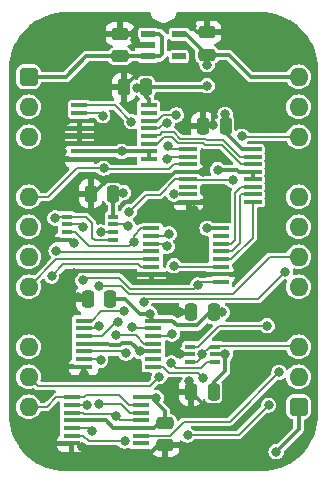
<source format=gtl>
%TF.GenerationSoftware,KiCad,Pcbnew,8.0.3*%
%TF.CreationDate,2024-07-02T09:09:50+02:00*%
%TF.ProjectId,SD Card Clock,53442043-6172-4642-9043-6c6f636b2e6b,V0*%
%TF.SameCoordinates,PX54c81a0PY37b6b20*%
%TF.FileFunction,Copper,L1,Top*%
%TF.FilePolarity,Positive*%
%FSLAX46Y46*%
G04 Gerber Fmt 4.6, Leading zero omitted, Abs format (unit mm)*
G04 Created by KiCad (PCBNEW 8.0.3) date 2024-07-02 09:09:50*
%MOMM*%
%LPD*%
G01*
G04 APERTURE LIST*
G04 Aperture macros list*
%AMRoundRect*
0 Rectangle with rounded corners*
0 $1 Rounding radius*
0 $2 $3 $4 $5 $6 $7 $8 $9 X,Y pos of 4 corners*
0 Add a 4 corners polygon primitive as box body*
4,1,4,$2,$3,$4,$5,$6,$7,$8,$9,$2,$3,0*
0 Add four circle primitives for the rounded corners*
1,1,$1+$1,$2,$3*
1,1,$1+$1,$4,$5*
1,1,$1+$1,$6,$7*
1,1,$1+$1,$8,$9*
0 Add four rect primitives between the rounded corners*
20,1,$1+$1,$2,$3,$4,$5,0*
20,1,$1+$1,$4,$5,$6,$7,0*
20,1,$1+$1,$6,$7,$8,$9,0*
20,1,$1+$1,$8,$9,$2,$3,0*%
G04 Aperture macros list end*
%TA.AperFunction,SMDPad,CuDef*%
%ADD10R,1.450000X0.450000*%
%TD*%
%TA.AperFunction,SMDPad,CuDef*%
%ADD11RoundRect,0.250000X0.475000X-0.250000X0.475000X0.250000X-0.475000X0.250000X-0.475000X-0.250000X0*%
%TD*%
%TA.AperFunction,SMDPad,CuDef*%
%ADD12R,1.150000X0.600000*%
%TD*%
%TA.AperFunction,SMDPad,CuDef*%
%ADD13RoundRect,0.250000X0.250000X0.475000X-0.250000X0.475000X-0.250000X-0.475000X0.250000X-0.475000X0*%
%TD*%
%TA.AperFunction,SMDPad,CuDef*%
%ADD14R,1.525000X0.430000*%
%TD*%
%TA.AperFunction,SMDPad,CuDef*%
%ADD15RoundRect,0.250000X-0.475000X0.250000X-0.475000X-0.250000X0.475000X-0.250000X0.475000X0.250000X0*%
%TD*%
%TA.AperFunction,SMDPad,CuDef*%
%ADD16R,1.475000X0.450000*%
%TD*%
%TA.AperFunction,SMDPad,CuDef*%
%ADD17R,0.950000X0.450000*%
%TD*%
%TA.AperFunction,ComponentPad*%
%ADD18RoundRect,0.400000X-0.400000X-0.400000X0.400000X-0.400000X0.400000X0.400000X-0.400000X0.400000X0*%
%TD*%
%TA.AperFunction,ComponentPad*%
%ADD19O,1.600000X1.600000*%
%TD*%
%TA.AperFunction,ComponentPad*%
%ADD20R,1.600000X1.600000*%
%TD*%
%TA.AperFunction,SMDPad,CuDef*%
%ADD21R,0.875000X0.450000*%
%TD*%
%TA.AperFunction,ViaPad*%
%ADD22C,0.800000*%
%TD*%
%TA.AperFunction,Conductor*%
%ADD23C,0.200000*%
%TD*%
%TA.AperFunction,Conductor*%
%ADD24C,0.380000*%
%TD*%
G04 APERTURE END LIST*
D10*
%TO.P,IC4,1,~{MR}*%
%TO.N,/CLK OE*%
X4314000Y-2424000D03*
%TO.P,IC4,2,CP*%
%TO.N,Fast CLK*%
X4314000Y-3074000D03*
%TO.P,IC4,3,D0*%
%TO.N,GND*%
X4314000Y-3724000D03*
%TO.P,IC4,4,D1*%
X4314000Y-4374000D03*
%TO.P,IC4,5,D2*%
X4314000Y-5024000D03*
%TO.P,IC4,6,D3*%
X4314000Y-5674000D03*
%TO.P,IC4,7,CEP*%
%TO.N,3.3V*%
X4314000Y-6324000D03*
%TO.P,IC4,8,GND*%
%TO.N,GND*%
X4314000Y-6974000D03*
%TO.P,IC4,9,~{PE}*%
%TO.N,3.3V*%
X10164000Y-6974000D03*
%TO.P,IC4,10,CET*%
X10164000Y-6324000D03*
%TO.P,IC4,11,Q3*%
%TO.N,/CLK_{M{slash}16}*%
X10164000Y-5674000D03*
%TO.P,IC4,12,Q2*%
%TO.N,/CLK_{M{slash}8}*%
X10164000Y-5024000D03*
%TO.P,IC4,13,Q1*%
%TO.N,/CLK_{M{slash}4}*%
X10164000Y-4374000D03*
%TO.P,IC4,14,Q0*%
%TO.N,/CLK_{M{slash}2}*%
X10164000Y-3724000D03*
%TO.P,IC4,15,TC*%
%TO.N,unconnected-(IC4-TC-Pad15)*%
X10164000Y-3074000D03*
%TO.P,IC4,16,3V*%
%TO.N,3.3V*%
X10164000Y-2424000D03*
%TD*%
D11*
%TO.P,C10,1*%
%TO.N,5V*%
X7747000Y1733000D03*
%TO.P,C10,2*%
%TO.N,GND*%
X7747000Y3633000D03*
%TD*%
D12*
%TO.P,IC1,1,6VIn*%
%TO.N,5V*%
X10130000Y3617000D03*
%TO.P,IC1,2,GND*%
%TO.N,GND*%
X10130000Y2667000D03*
%TO.P,IC1,3,EN*%
%TO.N,5V*%
X10130000Y1717000D03*
%TO.P,IC1,4,ADJ*%
%TO.N,unconnected-(IC1-ADJ-Pad4)*%
X12730000Y1717000D03*
%TO.P,IC1,5,3.3VOut*%
%TO.N,3.3V*%
X12730000Y3617000D03*
%TD*%
D13*
%TO.P,C1,1*%
%TO.N,3.3V*%
X15666000Y-26670000D03*
%TO.P,C1,2*%
%TO.N,GND*%
X13766000Y-26670000D03*
%TD*%
D14*
%TO.P,IC2,1,I3*%
%TO.N,/CLK_{M{slash}4}*%
X13544000Y-6160000D03*
%TO.P,IC2,2,I2*%
%TO.N,/CLK_{M{slash}2}*%
X13544000Y-6794000D03*
%TO.P,IC2,3,I1*%
%TO.N,Fast CLK*%
X13544000Y-7430000D03*
%TO.P,IC2,4,I0*%
%TO.N,GND*%
X13544000Y-8064000D03*
%TO.P,IC2,5,Y*%
%TO.N,SD CLK*%
X13544000Y-8700000D03*
%TO.P,IC2,6,NC*%
%TO.N,unconnected-(IC2-NC-Pad6)*%
X13544000Y-9334000D03*
%TO.P,IC2,7,~{OE}*%
%TO.N,/CLK ~{OE}*%
X13544000Y-9970000D03*
%TO.P,IC2,8,GND*%
%TO.N,GND*%
X13544000Y-10604000D03*
%TO.P,IC2,9,S2*%
%TO.N,/S2*%
X18968000Y-10604000D03*
%TO.P,IC2,10,S1*%
%TO.N,/S1*%
X18968000Y-9970000D03*
%TO.P,IC2,11,S0*%
%TO.N,/S0*%
X18968000Y-9334000D03*
%TO.P,IC2,12,I7*%
%TO.N,3.3V*%
X18968000Y-8700000D03*
%TO.P,IC2,13,I6*%
X18968000Y-8064000D03*
%TO.P,IC2,14,I5*%
%TO.N,/CLK_{M{slash}16}*%
X18968000Y-7430000D03*
%TO.P,IC2,15,I4*%
%TO.N,/CLK_{M{slash}8}*%
X18968000Y-6794000D03*
%TO.P,IC2,16,3V*%
%TO.N,3.3V*%
X18968000Y-6160000D03*
%TD*%
D15*
%TO.P,C7,1*%
%TO.N,3.3V*%
X11557000Y-29292000D03*
%TO.P,C7,2*%
%TO.N,GND*%
X11557000Y-31192000D03*
%TD*%
D13*
%TO.P,C6,1*%
%TO.N,3.3V*%
X9951000Y-889000D03*
%TO.P,C6,2*%
%TO.N,GND*%
X8051000Y-889000D03*
%TD*%
%TO.P,C4,1*%
%TO.N,3.3V*%
X7157000Y-9906000D03*
%TO.P,C4,2*%
%TO.N,GND*%
X5257000Y-9906000D03*
%TD*%
%TO.P,C5,1*%
%TO.N,3.3V*%
X16682000Y-4191000D03*
%TO.P,C5,2*%
%TO.N,GND*%
X14782000Y-4191000D03*
%TD*%
D16*
%TO.P,IC5,1,~{1RD}*%
%TO.N,/~{Reset Clock Flop}*%
X4682000Y-20656000D03*
%TO.P,IC5,2,1D*%
%TO.N,Second Half CLK*%
X4682000Y-21306000D03*
%TO.P,IC5,3,1CP*%
%TO.N,SD CLK*%
X4682000Y-21956000D03*
%TO.P,IC5,4,~{1SD}*%
%TO.N,3.3V*%
X4682000Y-22606000D03*
%TO.P,IC5,5,1Q*%
%TO.N,First Half CLK*%
X4682000Y-23256000D03*
%TO.P,IC5,6,~{1Q}*%
%TO.N,Second Half CLK*%
X4682000Y-23906000D03*
%TO.P,IC5,7,GND*%
%TO.N,GND*%
X4682000Y-24556000D03*
%TO.P,IC5,8,~{2Q}*%
%TO.N,/CLK ~{OE}*%
X10558000Y-24556000D03*
%TO.P,IC5,9,2Q*%
%TO.N,unconnected-(IC5-2Q-Pad9)*%
X10558000Y-23906000D03*
%TO.P,IC5,10,~{2SD}*%
%TO.N,3.3V*%
X10558000Y-23256000D03*
%TO.P,IC5,11,2CP*%
%TO.N,Fast CLK*%
X10558000Y-22606000D03*
%TO.P,IC5,12,2D*%
%TO.N,/CLK OE*%
X10558000Y-21956000D03*
%TO.P,IC5,13,~{2RD}*%
%TO.N,/~{Reset Transmit}*%
X10558000Y-21306000D03*
%TO.P,IC5,14,3V*%
%TO.N,3.3V*%
X10558000Y-20656000D03*
%TD*%
D10*
%TO.P,IC3,1,~{MR}*%
%TO.N,/~{Reset Transmit}*%
X10410000Y-12838000D03*
%TO.P,IC3,2,CP*%
%TO.N,/Write Clock Speed Select_{1}*%
X10410000Y-13488000D03*
%TO.P,IC3,3,D0*%
%TO.N,D0*%
X10410000Y-14138000D03*
%TO.P,IC3,4,D1*%
%TO.N,D1*%
X10410000Y-14788000D03*
%TO.P,IC3,5,D2*%
%TO.N,D2*%
X10410000Y-15438000D03*
%TO.P,IC3,6,D3*%
%TO.N,D3*%
X10410000Y-16088000D03*
%TO.P,IC3,7,CEP*%
%TO.N,GND*%
X10410000Y-16738000D03*
%TO.P,IC3,8,GND*%
X10410000Y-17388000D03*
%TO.P,IC3,9,~{PE}*%
%TO.N,~{Write Clock Speed Select}*%
X16260000Y-17388000D03*
%TO.P,IC3,10,CET*%
%TO.N,GND*%
X16260000Y-16738000D03*
%TO.P,IC3,11,Q3*%
%TO.N,/CLK OE*%
X16260000Y-16088000D03*
%TO.P,IC3,12,Q2*%
%TO.N,/S2*%
X16260000Y-15438000D03*
%TO.P,IC3,13,Q1*%
%TO.N,/S1*%
X16260000Y-14788000D03*
%TO.P,IC3,14,Q0*%
%TO.N,/S0*%
X16260000Y-14138000D03*
%TO.P,IC3,15,TC*%
%TO.N,unconnected-(IC3-TC-Pad15)*%
X16260000Y-13488000D03*
%TO.P,IC3,16,3V*%
%TO.N,3.3V*%
X16260000Y-12838000D03*
%TD*%
D11*
%TO.P,C11,1*%
%TO.N,3.3V*%
X15113000Y1860000D03*
%TO.P,C11,2*%
%TO.N,GND*%
X15113000Y3760000D03*
%TD*%
D17*
%TO.P,IC6,1,1A*%
%TO.N,~{Reset}*%
X3232000Y-11852000D03*
%TO.P,IC6,2,1B*%
%TO.N,~{Write Clock Speed Select}*%
X3232000Y-12502000D03*
%TO.P,IC6,3,2Y*%
%TO.N,/~{Reset Transmit}*%
X3232000Y-13152000D03*
%TO.P,IC6,4,GND*%
%TO.N,GND*%
X3232000Y-13802000D03*
%TO.P,IC6,5,2A*%
%TO.N,~{Reset}*%
X7182000Y-13802000D03*
%TO.P,IC6,6,2B*%
%TO.N,~{Stop Funk}*%
X7182000Y-13152000D03*
%TO.P,IC6,7,1Y*%
%TO.N,/~{Reset Clock Flop}*%
X7182000Y-12502000D03*
%TO.P,IC6,8,3V*%
%TO.N,3.3V*%
X7182000Y-11852000D03*
%TD*%
D16*
%TO.P,IC8,1,~{1RD}*%
%TO.N,~{Reset}*%
X3666000Y-27133000D03*
%TO.P,IC8,2,1D*%
%TO.N,Second Half CLK*%
X3666000Y-27783000D03*
%TO.P,IC8,3,1CP*%
%TO.N,Fast CLK*%
X3666000Y-28433000D03*
%TO.P,IC8,4,~{1SD}*%
%TO.N,3.3V*%
X3666000Y-29083000D03*
%TO.P,IC8,5,1Q*%
%TO.N,/Second Half CLK_{Dragged1}*%
X3666000Y-29733000D03*
%TO.P,IC8,6,~{1Q}*%
%TO.N,~{Second Half CLK}_{Dragged1}*%
X3666000Y-30383000D03*
%TO.P,IC8,7,GND*%
%TO.N,GND*%
X3666000Y-31033000D03*
%TO.P,IC8,8,~{2Q}*%
%TO.N,unconnected-(IC8-~{2Q}-Pad8)*%
X9542000Y-31033000D03*
%TO.P,IC8,9,2Q*%
%TO.N,Second Half CLK_{Dragged2}*%
X9542000Y-30383000D03*
%TO.P,IC8,10,~{2SD}*%
%TO.N,3.3V*%
X9542000Y-29733000D03*
%TO.P,IC8,11,2CP*%
%TO.N,Fast CLK*%
X9542000Y-29083000D03*
%TO.P,IC8,12,2D*%
%TO.N,/Second Half CLK_{Dragged1}*%
X9542000Y-28433000D03*
%TO.P,IC8,13,~{2RD}*%
%TO.N,~{Reset}*%
X9542000Y-27783000D03*
%TO.P,IC8,14,3V*%
%TO.N,3.3V*%
X9542000Y-27133000D03*
%TD*%
D13*
%TO.P,C3,1*%
%TO.N,3.3V*%
X15666000Y-19939000D03*
%TO.P,C3,2*%
%TO.N,GND*%
X13766000Y-19939000D03*
%TD*%
D18*
%TO.P,J2,1,Pin_1*%
%TO.N,5V*%
X0Y0D03*
D19*
%TO.P,J2,2,Pin_2*%
%TO.N,~{Stop Funk}*%
X0Y-2540000D03*
%TO.P,J2,3,Pin_3*%
%TO.N,unconnected-(J2-Pin_3-Pad3)*%
X0Y-5080000D03*
D20*
%TO.P,J2,4,Pin_4*%
%TO.N,GND*%
X0Y-7620000D03*
D19*
%TO.P,J2,5,Pin_5*%
%TO.N,Fast CLK*%
X0Y-10160000D03*
%TO.P,J2,6,Pin_6*%
%TO.N,unconnected-(J2-Pin_6-Pad6)*%
X0Y-12700000D03*
%TO.P,J2,7,Pin_7*%
%TO.N,D3*%
X0Y-15240000D03*
%TO.P,J2,8,Pin_8*%
%TO.N,D2*%
X0Y-17780000D03*
D20*
%TO.P,J2,9,Pin_9*%
%TO.N,GND*%
X0Y-20320000D03*
D19*
%TO.P,J2,10,Pin_10*%
%TO.N,D1*%
X0Y-22860000D03*
%TO.P,J2,11,Pin_11*%
%TO.N,D0*%
X0Y-25400000D03*
%TO.P,J2,12,Pin_12*%
%TO.N,~{Reset}*%
X0Y-27940000D03*
D18*
%TO.P,J2,13,Pin_13*%
%TO.N,5V*%
X22860000Y-27940000D03*
D19*
%TO.P,J2,14,Pin_14*%
%TO.N,unconnected-(J2-Pin_14-Pad14)*%
X22860000Y-25400000D03*
%TO.P,J2,15,Pin_15*%
%TO.N,~{Write Clock Speed Select}*%
X22860000Y-22860000D03*
D20*
%TO.P,J2,16,Pin_16*%
%TO.N,GND*%
X22860000Y-20320000D03*
D19*
%TO.P,J2,17,Pin_17*%
%TO.N,Second Half CLK_{Dragged2}*%
X22860000Y-17780000D03*
%TO.P,J2,18,Pin_18*%
%TO.N,Second Half CLK*%
X22860000Y-15240000D03*
%TO.P,J2,19,Pin_19*%
%TO.N,First Half CLK*%
X22860000Y-12700000D03*
%TO.P,J2,20,Pin_20*%
%TO.N,~{Second Half CLK}_{Dragged1}*%
X22860000Y-10160000D03*
D20*
%TO.P,J2,21,Pin_21*%
%TO.N,GND*%
X22860000Y-7620000D03*
D19*
%TO.P,J2,22,Pin_22*%
%TO.N,SD CLK*%
X22860000Y-5080000D03*
%TO.P,J2,23,Pin_23*%
%TO.N,Write Clock Speed Select*%
X22860000Y-2540000D03*
%TO.P,J2,24,Pin_24*%
%TO.N,3.3V*%
X22860000Y0D03*
%TD*%
D21*
%TO.P,IC7,1,1A*%
%TO.N,Write Clock Speed Select*%
X13670000Y-22845000D03*
%TO.P,IC7,2,GND*%
%TO.N,GND*%
X13670000Y-23495000D03*
%TO.P,IC7,3,2A*%
%TO.N,~{Write Clock Speed Select}*%
X13670000Y-24145000D03*
%TO.P,IC7,4,2Y*%
%TO.N,/Write Clock Speed Select_{1}*%
X15794000Y-24145000D03*
%TO.P,IC7,5,3V*%
%TO.N,3.3V*%
X15794000Y-23495000D03*
%TO.P,IC7,6,1Y*%
%TO.N,~{Write Clock Speed Select}*%
X15794000Y-22845000D03*
%TD*%
D13*
%TO.P,C2,1*%
%TO.N,3.3V*%
X6903000Y-18796000D03*
%TO.P,C2,2*%
%TO.N,GND*%
X5003000Y-18796000D03*
%TD*%
D22*
%TO.N,/CLK_{M{slash}2}*%
X12508233Y-3226827D03*
X11766086Y-6948583D03*
%TO.N,/CLK_{M{slash}4}*%
X11745472Y-3948423D03*
X11805584Y-5848423D03*
%TO.N,Fast CLK*%
X6350000Y-7747000D03*
X6280996Y-3290000D03*
X7378544Y-21900830D03*
X7378549Y-28714551D03*
%TO.N,3.3V*%
X16002000Y-7874000D03*
X7874000Y-6324000D03*
X16655028Y-23495001D03*
X15113000Y1016000D03*
X9194970Y-932970D03*
X16382994Y-19939000D03*
X8037999Y-9815999D03*
X10795008Y-27178000D03*
X9396971Y-23256000D03*
X10269530Y-20066000D03*
X16637000Y-3175000D03*
X15113000Y-761996D03*
X15120680Y-12829018D03*
%TO.N,GND*%
X14766680Y-8030015D03*
X12972837Y-12300159D03*
X3810000Y-16637000D03*
X10160000Y-8890000D03*
X19177000Y-19685000D03*
X12859616Y-16967104D03*
X13998145Y-11274855D03*
X15582000Y-4064000D03*
X12808971Y-23495000D03*
X19261500Y-14816500D03*
X19177000Y-24130000D03*
X12827000Y-19939000D03*
X4191010Y-18669000D03*
X9004416Y3078549D03*
X3810000Y-14097000D03*
X3178109Y-3736230D03*
X3810006Y-9906000D03*
X13589000Y-25781000D03*
X19732000Y-3730000D03*
X14478000Y-31496000D03*
X4682000Y-25145994D03*
X4486852Y-31373175D03*
X10160000Y635000D03*
X13843000Y4307000D03*
%TO.N,5V*%
X20954996Y-31750000D03*
%TO.N,~{Reset}*%
X2241353Y-11970226D03*
%TO.N,/CLK ~{OE}*%
X14731998Y-25465001D03*
X12306536Y-9915621D03*
%TO.N,/~{Reset Transmit}*%
X8763000Y-21150830D03*
X8890000Y-13970000D03*
%TO.N,/Write Clock Speed Select_{1}*%
X12102318Y-24249656D03*
X11903436Y-13305074D03*
%TO.N,/CLK OE*%
X8714000Y-3810000D03*
X12318999Y-16002001D03*
X12157000Y-21783631D03*
%TO.N,/~{Reset Clock Flop}*%
X8464984Y-12661682D03*
X8061150Y-19872150D03*
%TO.N,~{Second Half CLK}_{Dragged1}*%
X20320006Y-27813000D03*
X13462000Y-30353000D03*
X8128000Y-30861002D03*
%TO.N,D1*%
X2342626Y-14732000D03*
%TO.N,D0*%
X11049000Y-25400000D03*
X11727937Y-14351000D03*
%TO.N,D3*%
X1958144Y-16882518D03*
%TO.N,SD CLK*%
X17272000Y-8763000D03*
X8509000Y-11430000D03*
X7593436Y-20807913D03*
X18062145Y-5051855D03*
%TO.N,~{Write Clock Speed Select}*%
X4650000Y-12700000D03*
X14327000Y-17646000D03*
X14707502Y-23495000D03*
X4603206Y-17245958D03*
%TO.N,Second Half CLK*%
X5977472Y-21103297D03*
X5969000Y-17750068D03*
X6096000Y-24006000D03*
X4953000Y-27813000D03*
%TO.N,First Half CLK*%
X9751000Y-19107468D03*
X8255000Y-23408013D03*
X21717000Y-16510000D03*
%TO.N,~{Stop Funk}*%
X6108000Y-13152000D03*
%TO.N,Write Clock Speed Select*%
X20193000Y-21082000D03*
%TO.N,Second Half CLK_{Dragged2}*%
X21209000Y-25019000D03*
%TO.N,/Second Half CLK_{Dragged1}*%
X5334000Y-29972000D03*
X5969000Y-27686000D03*
%TD*%
D23*
%TO.N,/CLK_{M{slash}2}*%
X13544000Y-6794000D02*
X11920669Y-6794000D01*
X11406407Y-3226827D02*
X12508233Y-3226827D01*
X11920669Y-6794000D02*
X11766086Y-6948583D01*
X10909234Y-3724000D02*
X11406407Y-3226827D01*
X10164000Y-3724000D02*
X10909234Y-3724000D01*
%TO.N,/S1*%
X18968000Y-9970000D02*
X18005500Y-9970000D01*
X17216000Y-14788000D02*
X16260000Y-14788000D01*
X17905500Y-10070000D02*
X17905500Y-14098500D01*
X18005500Y-9970000D02*
X17905500Y-10070000D01*
X17905500Y-14098500D02*
X17216000Y-14788000D01*
%TO.N,/CLK_{M{slash}16}*%
X10919346Y-5674000D02*
X11494923Y-5098423D01*
X14934653Y-5766000D02*
X16341500Y-5766000D01*
X18005500Y-7430000D02*
X18968000Y-7430000D01*
X12662822Y-5645000D02*
X14813653Y-5645000D01*
X11494923Y-5098423D02*
X12116245Y-5098423D01*
X10164000Y-5674000D02*
X10919346Y-5674000D01*
X12116245Y-5098423D02*
X12662822Y-5645000D01*
X14813653Y-5645000D02*
X14934653Y-5766000D01*
X16341500Y-5766000D02*
X18005500Y-7430000D01*
%TO.N,/CLK_{M{slash}4}*%
X13544000Y-6160000D02*
X12117161Y-6160000D01*
X12117161Y-6160000D02*
X11805584Y-5848423D01*
X11089000Y-4374000D02*
X11514577Y-3948423D01*
X10164000Y-4374000D02*
X11089000Y-4374000D01*
X11514577Y-3948423D02*
X11745472Y-3948423D01*
%TO.N,Fast CLK*%
X7746998Y-29083000D02*
X7378549Y-28714551D01*
X4603500Y-28433000D02*
X4733500Y-28563000D01*
X10558000Y-22606000D02*
X9779000Y-22606000D01*
X0Y-10160000D02*
X1651000Y-10160000D01*
X4733500Y-28563000D02*
X7226998Y-28563000D01*
X4314000Y-3074000D02*
X6064996Y-3074000D01*
X9542000Y-29083000D02*
X7746998Y-29083000D01*
X6064996Y-3074000D02*
X6280996Y-3290000D01*
X6445265Y-7842265D02*
X6350000Y-7747000D01*
X9073830Y-21900830D02*
X7378544Y-21900830D01*
X3666000Y-28433000D02*
X4603500Y-28433000D01*
X11911771Y-7842265D02*
X6445265Y-7842265D01*
X7226998Y-28563000D02*
X7378549Y-28714551D01*
X1651000Y-10160000D02*
X4064000Y-7747000D01*
X13544000Y-7430000D02*
X12324036Y-7430000D01*
X12324036Y-7430000D02*
X11911771Y-7842265D01*
X9779000Y-22606000D02*
X9073830Y-21900830D01*
X4064000Y-7747000D02*
X6350000Y-7747000D01*
%TO.N,/S0*%
X17185000Y-14138000D02*
X17505500Y-13817500D01*
X17505500Y-9834000D02*
X18005500Y-9334000D01*
X18005500Y-9334000D02*
X18968000Y-9334000D01*
X17505500Y-13817500D02*
X17505500Y-9834000D01*
X16260000Y-14138000D02*
X17185000Y-14138000D01*
%TO.N,/S2*%
X16260000Y-15438000D02*
X17185000Y-15438000D01*
X17185000Y-15438000D02*
X18968000Y-13655000D01*
X18968000Y-13655000D02*
X18968000Y-10604000D01*
%TO.N,/CLK_{M{slash}8}*%
X16507186Y-5366000D02*
X17935186Y-6794000D01*
X15100339Y-5366000D02*
X16507186Y-5366000D01*
X17935186Y-6794000D02*
X18968000Y-6794000D01*
X10271847Y-4916153D02*
X11111507Y-4916153D01*
X11111507Y-4916153D02*
X11329237Y-4698423D01*
X12828508Y-5245000D02*
X14979339Y-5245000D01*
X14979339Y-5245000D02*
X15100339Y-5366000D01*
X12281931Y-4698423D02*
X12828508Y-5245000D01*
X11329237Y-4698423D02*
X12281931Y-4698423D01*
D24*
%TO.N,3.3V*%
X10954500Y-29413000D02*
X11075500Y-29292000D01*
X9238940Y-889000D02*
X9194970Y-932970D01*
X10558000Y-20656000D02*
X10269530Y-20367530D01*
X7175380Y-29733000D02*
X9542000Y-29733000D01*
X9951000Y-889000D02*
X9238940Y-889000D01*
X7157000Y-9906000D02*
X7947998Y-9906000D01*
X9951000Y-889000D02*
X14985996Y-889000D01*
X7157000Y-9906000D02*
X7157000Y-11827000D01*
X16682000Y-4788940D02*
X16682000Y-4191000D01*
X9542000Y-27133000D02*
X10750008Y-27133000D01*
X15666000Y-26670000D02*
X15666000Y-25863000D01*
X7947998Y-9906000D02*
X8037999Y-9815999D01*
X15666000Y-19939000D02*
X16382994Y-19939000D01*
X12586158Y-21054000D02*
X14288024Y-21054000D01*
X11557000Y-29292000D02*
X11557000Y-28321000D01*
X15113000Y1860000D02*
X16936000Y1860000D01*
X17825500Y-8064000D02*
X18968000Y-8064000D01*
X15794000Y-23495000D02*
X16655027Y-23495000D01*
X9396971Y-23256000D02*
X10558000Y-23256000D01*
X18796000Y0D02*
X22860000Y0D01*
X15113000Y1860000D02*
X15113000Y1016000D01*
X10164000Y-6974000D02*
X10164000Y-6324000D01*
X7874000Y-6324000D02*
X10164000Y-6324000D01*
X15120680Y-12829018D02*
X16251018Y-12829018D01*
X10269530Y-20367530D02*
X10269530Y-20066000D01*
X6903000Y-18796000D02*
X8172940Y-18796000D01*
X18968000Y-8064000D02*
X18968000Y-8700000D01*
X4314000Y-6324000D02*
X7874000Y-6324000D01*
X12730000Y3617000D02*
X13356000Y3617000D01*
X3666000Y-29083000D02*
X6525380Y-29083000D01*
X18053060Y-6160000D02*
X16682000Y-4788940D01*
X9442940Y-20066000D02*
X10269530Y-20066000D01*
X15666000Y-25863000D02*
X16655028Y-24873972D01*
X9951000Y-1696000D02*
X9951000Y-889000D01*
X8172940Y-18796000D02*
X9442940Y-20066000D01*
X6898890Y-22740830D02*
X6764060Y-22606000D01*
X16002000Y-7874000D02*
X17635500Y-7874000D01*
X16655028Y-24873972D02*
X16655028Y-23495001D01*
X14985996Y-889000D02*
X15113000Y-761996D01*
X6764060Y-22606000D02*
X4682000Y-22606000D01*
X10750008Y-27133000D02*
X10795008Y-27178000D01*
X16637000Y-3175000D02*
X16637000Y-4146000D01*
X10164000Y-2424000D02*
X10164000Y-1909000D01*
X11557000Y-28321000D02*
X10795008Y-27559008D01*
X7907060Y-22568019D02*
X7734249Y-22740830D01*
X16655027Y-23495000D02*
X16655028Y-23495001D01*
X8708990Y-22568019D02*
X7907060Y-22568019D01*
X9542000Y-29733000D02*
X10616976Y-29733000D01*
X14288024Y-21054000D02*
X15403024Y-19939000D01*
X10795008Y-27559008D02*
X10795008Y-27178000D01*
X9396971Y-23256000D02*
X8708990Y-22568019D01*
X6525380Y-29083000D02*
X7175380Y-29733000D01*
X10936976Y-29413000D02*
X10954500Y-29413000D01*
X10164000Y-1909000D02*
X9951000Y-1696000D01*
X10558000Y-20656000D02*
X12188158Y-20656000D01*
X13356000Y3617000D02*
X15113000Y1860000D01*
X10616976Y-29733000D02*
X10936976Y-29413000D01*
X7734249Y-22740830D02*
X6898890Y-22740830D01*
X17635500Y-7874000D02*
X17825500Y-8064000D01*
X16936000Y1860000D02*
X18796000Y0D01*
X18651000Y-6160000D02*
X18053060Y-6160000D01*
X12188158Y-20656000D02*
X12586158Y-21054000D01*
%TO.N,GND*%
X24325000Y-6155000D02*
X24325000Y-4702085D01*
X13843000Y4307000D02*
X9233000Y4307000D01*
X9525000Y2667000D02*
X8559000Y3633000D01*
X2159000Y-7620000D02*
X2805000Y-6974000D01*
X15113000Y3760000D02*
X14274000Y3760000D01*
X4486852Y-31373175D02*
X7292175Y-31373175D01*
X12438720Y-17388000D02*
X12859616Y-16967104D01*
X13998145Y-11274855D02*
X13544000Y-10820710D01*
X10130000Y2667000D02*
X9525000Y2667000D01*
X10061000Y-8791000D02*
X10160000Y-8890000D01*
X19261500Y-14816500D02*
X20828000Y-13250000D01*
X13766000Y-26670000D02*
X13766000Y-25958000D01*
X22860000Y-7620000D02*
X24325000Y-6155000D01*
X13766000Y-26670000D02*
X14881000Y-27785000D01*
X9233000Y4307000D02*
X8559000Y3633000D01*
X18161000Y-25146000D02*
X19177000Y-24130000D01*
X13843000Y4191000D02*
X13843000Y4307000D01*
X0Y-20320000D02*
X-1190000Y-21510000D01*
X14766680Y-8030015D02*
X14732695Y-8064000D01*
X12954000Y-31496000D02*
X14478000Y-31496000D01*
X5003000Y-18796000D02*
X4318010Y-18796000D01*
X12650000Y-31192000D02*
X12954000Y-31496000D01*
X10410000Y-16738000D02*
X10410000Y-17388000D01*
X-1190000Y-21510000D02*
X-1190000Y-28528000D01*
X16260000Y-16738000D02*
X17340000Y-16738000D01*
X5461000Y-9906000D02*
X6576000Y-8791000D01*
X22860000Y-7620000D02*
X24050000Y-8810000D01*
X4314000Y-4374000D02*
X4314000Y-3724000D01*
X24050000Y-19130000D02*
X22860000Y-20320000D01*
X21209000Y-19685000D02*
X19177000Y-19685000D01*
X10972000Y-31192000D02*
X10336000Y-31828000D01*
X3178109Y-3736230D02*
X3178109Y-1829891D01*
X10410000Y-17388000D02*
X12438720Y-17388000D01*
X3209000Y-5674000D02*
X2805000Y-6078000D01*
X22860000Y-20320000D02*
X24130000Y-21590000D01*
X18288000Y-2286000D02*
X16408771Y-2286000D01*
X2540010Y-20320000D02*
X4191010Y-18669000D01*
X4318010Y-18796000D02*
X4191010Y-18669000D01*
X2805000Y-6078000D02*
X2805000Y-6974000D01*
X8610000Y-16738000D02*
X8304000Y-16432000D01*
X-1190000Y-8810000D02*
X-1190000Y-19130000D01*
X2805000Y-6974000D02*
X4314000Y-6974000D01*
X13766000Y-25958000D02*
X13589000Y-25781000D01*
X13544000Y-10820710D02*
X13544000Y-10604000D01*
X11557000Y-31192000D02*
X10972000Y-31192000D01*
X8559000Y3633000D02*
X7747000Y3633000D01*
X3515000Y-13802000D02*
X3810000Y-14097000D01*
X-1190000Y-28528000D02*
X1315000Y-31033000D01*
X4682000Y-24556000D02*
X4682000Y-25145994D01*
X23495000Y-24130000D02*
X19177000Y-24130000D01*
X20828000Y-9652000D02*
X22860000Y-7620000D01*
X11557001Y-8890000D02*
X12383001Y-8064000D01*
X24325000Y-4702085D02*
X23352915Y-3730000D01*
X-1190000Y-19130000D02*
X0Y-20320000D01*
X8051000Y-889000D02*
X9575000Y635000D01*
X14274000Y3760000D02*
X13843000Y4191000D01*
X19732000Y-3730000D02*
X18288000Y-2286000D01*
X3178109Y-1829891D02*
X4119000Y-889000D01*
X10410000Y-16738000D02*
X8610000Y-16738000D01*
X24130000Y-23495000D02*
X23495000Y-24130000D01*
X20828000Y-13250000D02*
X20828000Y-9652000D01*
X15582000Y-3112771D02*
X15582000Y-4064000D01*
X4314000Y-5024000D02*
X4314000Y-4374000D01*
X10336000Y-31828000D02*
X7747000Y-31828000D01*
X8304000Y-16432000D02*
X4015000Y-16432000D01*
X17340000Y-16738000D02*
X19261500Y-14816500D01*
X16299512Y-27785000D02*
X18161000Y-25923512D01*
X14881000Y-27785000D02*
X16299512Y-27785000D01*
X14732695Y-8064000D02*
X13544000Y-8064000D01*
X24130000Y-21590000D02*
X24130000Y-23495000D01*
X13670000Y-23495000D02*
X12808971Y-23495000D01*
X5257000Y-9906000D02*
X3810006Y-9906000D01*
X0Y-7620000D02*
X2159000Y-7620000D01*
X16408771Y-2286000D02*
X15582000Y-3112771D01*
X4119000Y-889000D02*
X8051000Y-889000D01*
X22860000Y-20320000D02*
X21844000Y-20320000D01*
X13088720Y-16738000D02*
X12859616Y-16967104D01*
X16260000Y-16738000D02*
X13088720Y-16738000D01*
X7292175Y-31373175D02*
X7747000Y-31828000D01*
X4146677Y-31033000D02*
X4486852Y-31373175D01*
X18161000Y-25923512D02*
X18161000Y-25146000D01*
X11557000Y-31192000D02*
X12650000Y-31192000D01*
X23352915Y-3730000D02*
X19732000Y-3730000D01*
X13766000Y-19939000D02*
X12827000Y-19939000D01*
X4015000Y-16432000D02*
X3810000Y-16637000D01*
X13998141Y-11274855D02*
X12972837Y-12300159D01*
X4314000Y-5674000D02*
X4314000Y-5024000D01*
X21844000Y-20320000D02*
X21209000Y-19685000D01*
X0Y-7620000D02*
X-1190000Y-8810000D01*
X24050000Y-8810000D02*
X24050000Y-19130000D01*
X0Y-20320000D02*
X2540010Y-20320000D01*
X10160000Y-8890000D02*
X11557001Y-8890000D01*
X4314000Y-5674000D02*
X3209000Y-5674000D01*
X6576000Y-8791000D02*
X10061000Y-8791000D01*
X1315000Y-31033000D02*
X3666000Y-31033000D01*
X3178109Y-3736230D02*
X3190339Y-3724000D01*
X14909000Y-4064000D02*
X15582000Y-4064000D01*
X9575000Y635000D02*
X10160000Y635000D01*
X12383001Y-8064000D02*
X13544000Y-8064000D01*
X13998145Y-11274855D02*
X13998141Y-11274855D01*
X3190339Y-3724000D02*
X4314000Y-3724000D01*
%TO.N,5V*%
X0Y0D02*
X3175000Y0D01*
X22860000Y-27940000D02*
X22860000Y-29844996D01*
X11085000Y3617000D02*
X11303000Y3399000D01*
X22860000Y-29844996D02*
X20954996Y-31750000D01*
X10130000Y3617000D02*
X11085000Y3617000D01*
X11303000Y3399000D02*
X11303000Y1905000D01*
X11115000Y1717000D02*
X10130000Y1717000D01*
X7747000Y1733000D02*
X10114000Y1733000D01*
X4908000Y1733000D02*
X7747000Y1733000D01*
X3175000Y0D02*
X4908000Y1733000D01*
X11303000Y1905000D02*
X11115000Y1717000D01*
D23*
%TO.N,~{Reset}*%
X0Y-27940000D02*
X1524000Y-27940000D01*
X4896000Y-26936000D02*
X7673186Y-26936000D01*
X4862661Y-11852000D02*
X5400000Y-12389339D01*
X5597000Y-13852000D02*
X7132000Y-13852000D01*
X8520186Y-27783000D02*
X9542000Y-27783000D01*
X2331000Y-27133000D02*
X3666000Y-27133000D01*
X2241353Y-11970226D02*
X2359579Y-11852000D01*
X3232000Y-11852000D02*
X4862661Y-11852000D01*
X2359579Y-11852000D02*
X3232000Y-11852000D01*
X1524000Y-27940000D02*
X2331000Y-27133000D01*
X7673186Y-26936000D02*
X8520186Y-27783000D01*
X4699000Y-27133000D02*
X4896000Y-26936000D01*
X5400000Y-12389339D02*
X5400000Y-13655000D01*
X3666000Y-27133000D02*
X4699000Y-27133000D01*
X5400000Y-13655000D02*
X5597000Y-13852000D01*
%TO.N,/CLK ~{OE}*%
X12306536Y-9915621D02*
X12360915Y-9970000D01*
X12360915Y-9970000D02*
X13544000Y-9970000D01*
X14336997Y-25070000D02*
X14731998Y-25465001D01*
X11348000Y-24556000D02*
X11862000Y-25070000D01*
X11862000Y-25070000D02*
X14336997Y-25070000D01*
X10558000Y-24556000D02*
X11348000Y-24556000D01*
%TO.N,/~{Reset Transmit}*%
X3232000Y-13152000D02*
X3907000Y-13152000D01*
X9514000Y-12838000D02*
X10410000Y-12838000D01*
X10558000Y-21306000D02*
X8918170Y-21306000D01*
X5082000Y-14327000D02*
X8533000Y-14327000D01*
X8918170Y-21306000D02*
X8763000Y-21150830D01*
X8890000Y-13462000D02*
X8890000Y-13970000D01*
X3907000Y-13152000D02*
X5082000Y-14327000D01*
X8533000Y-14327000D02*
X8890000Y-13970000D01*
X9514000Y-12838000D02*
X8890000Y-13462000D01*
%TO.N,/Write Clock Speed Select_{1}*%
X15098000Y-24145000D02*
X14573000Y-24670000D01*
X15794000Y-24145000D02*
X15098000Y-24145000D01*
X11720510Y-13488000D02*
X11903436Y-13305074D01*
X12522662Y-24670000D02*
X12102318Y-24249656D01*
X14573000Y-24670000D02*
X12522662Y-24670000D01*
X10410000Y-13488000D02*
X11720510Y-13488000D01*
%TO.N,/CLK OE*%
X12404998Y-16088000D02*
X12318999Y-16002001D01*
X7328000Y-2424000D02*
X8714000Y-3810000D01*
X10558000Y-21956000D02*
X11984631Y-21956000D01*
X11984631Y-21956000D02*
X12157000Y-21783631D01*
X16260000Y-16088000D02*
X12404998Y-16088000D01*
X4314000Y-2424000D02*
X7328000Y-2424000D01*
%TO.N,/~{Reset Clock Flop}*%
X6162850Y-19872150D02*
X8061150Y-19872150D01*
X4682000Y-20656000D02*
X5379000Y-20656000D01*
X5379000Y-20656000D02*
X6162850Y-19872150D01*
X8305302Y-12502000D02*
X8464984Y-12661682D01*
X7182000Y-12502000D02*
X8305302Y-12502000D01*
%TO.N,~{Second Half CLK}_{Dragged1}*%
X3666000Y-30383000D02*
X4603500Y-30383000D01*
X5081498Y-30860998D02*
X8127996Y-30860998D01*
X20320006Y-27813000D02*
X17780006Y-30353000D01*
X17780006Y-30353000D02*
X13462000Y-30353000D01*
X8127996Y-30860998D02*
X8128000Y-30861002D01*
X4603500Y-30383000D02*
X5081498Y-30860998D01*
%TO.N,D2*%
X2342000Y-15438000D02*
X0Y-17780000D01*
X10410000Y-15438000D02*
X2342000Y-15438000D01*
%TO.N,D1*%
X10351000Y-14847000D02*
X2457626Y-14847000D01*
X2457626Y-14847000D02*
X2342626Y-14732000D01*
%TO.N,D0*%
X0Y-25400000D02*
X799999Y-26199999D01*
X10410000Y-14138000D02*
X11514937Y-14138000D01*
X799999Y-26199999D02*
X10249001Y-26199999D01*
X11514937Y-14138000D02*
X11727937Y-14351000D01*
X10249001Y-26199999D02*
X11049000Y-25400000D01*
%TO.N,D3*%
X2953662Y-15887000D02*
X1958144Y-16882518D01*
X10410000Y-16088000D02*
X9485000Y-16088000D01*
X9284000Y-15887000D02*
X2953662Y-15887000D01*
X9485000Y-16088000D02*
X9284000Y-15887000D01*
%TO.N,SD CLK*%
X7410800Y-20807913D02*
X7593436Y-20807913D01*
X11106965Y-10033000D02*
X9906000Y-10033000D01*
X18090290Y-5080000D02*
X18062145Y-5051855D01*
X13607000Y-8763000D02*
X17272000Y-8763000D01*
X13544000Y-8700000D02*
X12439965Y-8700000D01*
X4682000Y-21956000D02*
X6262713Y-21956000D01*
X18090290Y-5080000D02*
X22860000Y-5080000D01*
X12439965Y-8700000D02*
X11106965Y-10033000D01*
X9906000Y-10033000D02*
X8509000Y-11430000D01*
X6262713Y-21956000D02*
X7410800Y-20807913D01*
%TO.N,~{Write Clock Speed Select}*%
X14707502Y-23495000D02*
X15357502Y-22845000D01*
X14707502Y-23719998D02*
X14282500Y-24145000D01*
X16260000Y-17388000D02*
X14585000Y-17388000D01*
X4849164Y-17000000D02*
X7671035Y-17000000D01*
X4452000Y-12502000D02*
X4650000Y-12700000D01*
X14282500Y-24145000D02*
X13670000Y-24145000D01*
X3232000Y-12502000D02*
X4452000Y-12502000D01*
X4603206Y-17245958D02*
X4849164Y-17000000D01*
X14585000Y-17388000D02*
X14327000Y-17646000D01*
X14013744Y-17959256D02*
X14327000Y-17646000D01*
X8630291Y-17959256D02*
X14013744Y-17959256D01*
X7671035Y-17000000D02*
X8630291Y-17959256D01*
X15843999Y-22795001D02*
X22795001Y-22795001D01*
X14707502Y-23495000D02*
X14707502Y-23719998D01*
X15357502Y-22845000D02*
X15794000Y-22845000D01*
%TO.N,Second Half CLK*%
X5774769Y-21306000D02*
X5977472Y-21103297D01*
X5996000Y-23906000D02*
X6096000Y-24006000D01*
X22860000Y-15240000D02*
X20447000Y-15240000D01*
X4682000Y-23906000D02*
X5996000Y-23906000D01*
X17291000Y-18396000D02*
X8490000Y-18396000D01*
X4682000Y-21306000D02*
X5774769Y-21306000D01*
X7844068Y-17750068D02*
X5969000Y-17750068D01*
X4923000Y-27783000D02*
X4953000Y-27813000D01*
X20447000Y-15240000D02*
X17291000Y-18396000D01*
X8490000Y-18396000D02*
X7844068Y-17750068D01*
X3666000Y-27783000D02*
X4923000Y-27783000D01*
%TO.N,First Half CLK*%
X10062468Y-18796000D02*
X19431000Y-18796000D01*
X4682000Y-23256000D02*
X8102987Y-23256000D01*
X8102987Y-23256000D02*
X8255000Y-23408013D01*
X9751000Y-19107468D02*
X10062468Y-18796000D01*
X19431000Y-18796000D02*
X21717000Y-16510000D01*
%TO.N,~{Stop Funk}*%
X7182000Y-13152000D02*
X6108000Y-13152000D01*
%TO.N,Write Clock Speed Select*%
X13670000Y-22845000D02*
X14366000Y-22845000D01*
X14366000Y-22845000D02*
X16129000Y-21082000D01*
X16129000Y-21082000D02*
X20193000Y-21082000D01*
%TO.N,Second Half CLK_{Dragged2}*%
X11975744Y-30383000D02*
X13148744Y-29210000D01*
X17018000Y-29210000D02*
X21209000Y-25019000D01*
X9542000Y-30383000D02*
X11975744Y-30383000D01*
X13148744Y-29210000D02*
X17018000Y-29210000D01*
%TO.N,/Second Half CLK_{Dragged1}*%
X7857500Y-27686000D02*
X8604500Y-28433000D01*
X5969000Y-27686000D02*
X7857500Y-27686000D01*
X8604500Y-28433000D02*
X9542000Y-28433000D01*
X5095000Y-29733000D02*
X5334000Y-29972000D01*
X3666000Y-29733000D02*
X5095000Y-29733000D01*
%TD*%
%TA.AperFunction,Conductor*%
%TO.N,GND*%
G36*
X1524000Y440500D02*
G01*
X1158733Y440500D01*
X1091694Y460185D01*
X1045939Y512989D01*
X1039657Y529905D01*
X1001746Y660394D01*
X1001744Y660397D01*
X1001744Y660398D01*
X918081Y801865D01*
X918079Y801867D01*
X918076Y801871D01*
X801870Y918077D01*
X801862Y918083D01*
X660396Y1001745D01*
X660393Y1001746D01*
X502573Y1047598D01*
X502567Y1047599D01*
X465701Y1050500D01*
X465694Y1050500D01*
X-465694Y1050500D01*
X-465702Y1050500D01*
X-502568Y1047599D01*
X-502574Y1047598D01*
X-660394Y1001746D01*
X-660397Y1001745D01*
X-801863Y918083D01*
X-801871Y918077D01*
X-918077Y801871D01*
X-918083Y801863D01*
X-1001745Y660397D01*
X-1001746Y660394D01*
X-1047598Y502574D01*
X-1047599Y502568D01*
X-1050500Y465702D01*
X-1050500Y-465701D01*
X-1047599Y-502567D01*
X-1047598Y-502573D01*
X-1001746Y-660393D01*
X-1001745Y-660396D01*
X-918083Y-801862D01*
X-918077Y-801870D01*
X-801871Y-918076D01*
X-801867Y-918079D01*
X-801865Y-918081D01*
X-660398Y-1001744D01*
X-618776Y-1013836D01*
X-502574Y-1047597D01*
X-502571Y-1047597D01*
X-502569Y-1047598D01*
X-465694Y-1050500D01*
X-465686Y-1050500D01*
X465686Y-1050500D01*
X465694Y-1050500D01*
X502569Y-1047598D01*
X502571Y-1047597D01*
X502573Y-1047597D01*
X544191Y-1035505D01*
X660398Y-1001744D01*
X801865Y-918081D01*
X918081Y-801865D01*
X1001744Y-660398D01*
X1001745Y-660394D01*
X1001746Y-660393D01*
X1039657Y-529905D01*
X1077263Y-471019D01*
X1140736Y-441813D01*
X1158733Y-440500D01*
X1524000Y-440500D01*
X1524000Y-9783084D01*
X1480814Y-9806666D01*
X1454456Y-9809500D01*
X1078127Y-9809500D01*
X1011088Y-9789815D01*
X968769Y-9743954D01*
X949879Y-9708615D01*
X877685Y-9573550D01*
X825702Y-9510209D01*
X746410Y-9413589D01*
X586452Y-9282317D01*
X586453Y-9282317D01*
X586450Y-9282315D01*
X403954Y-9184768D01*
X205934Y-9124700D01*
X205932Y-9124699D01*
X205934Y-9124699D01*
X0Y-9104417D01*
X-205933Y-9124699D01*
X-403957Y-9184769D01*
X-514102Y-9243643D01*
X-586450Y-9282315D01*
X-586452Y-9282316D01*
X-586453Y-9282317D01*
X-746411Y-9413589D01*
X-877683Y-9573547D01*
X-975231Y-9756043D01*
X-1035301Y-9954067D01*
X-1055583Y-10160000D01*
X-1035301Y-10365932D01*
X-1035300Y-10365934D01*
X-975232Y-10563954D01*
X-877685Y-10746450D01*
X-877683Y-10746452D01*
X-746411Y-10906410D01*
X-649791Y-10985702D01*
X-586450Y-11037685D01*
X-403954Y-11135232D01*
X-205934Y-11195300D01*
X-205935Y-11195300D01*
X-187471Y-11197118D01*
X0Y-11215583D01*
X205934Y-11195300D01*
X403954Y-11135232D01*
X586450Y-11037685D01*
X746410Y-10906410D01*
X877685Y-10746450D01*
X968769Y-10576046D01*
X1017732Y-10526202D01*
X1078127Y-10510500D01*
X1524000Y-10510500D01*
X1524000Y-15760316D01*
X514508Y-16769808D01*
X453185Y-16803293D01*
X390833Y-16800788D01*
X205934Y-16744700D01*
X205932Y-16744699D01*
X205934Y-16744699D01*
X0Y-16724417D01*
X-205933Y-16744699D01*
X-381308Y-16797898D01*
X-399091Y-16803293D01*
X-403957Y-16804769D01*
X-514102Y-16863643D01*
X-586450Y-16902315D01*
X-586452Y-16902316D01*
X-586453Y-16902317D01*
X-746411Y-17033589D01*
X-877683Y-17193547D01*
X-975231Y-17376043D01*
X-1035301Y-17574067D01*
X-1055583Y-17780000D01*
X-1035301Y-17985932D01*
X-1035300Y-17985934D01*
X-975232Y-18183954D01*
X-877685Y-18366450D01*
X-877683Y-18366452D01*
X-746411Y-18526410D01*
X-649791Y-18605702D01*
X-586450Y-18657685D01*
X-403954Y-18755232D01*
X-205934Y-18815300D01*
X-205935Y-18815300D01*
X-187471Y-18817118D01*
X0Y-18835583D01*
X205934Y-18815300D01*
X403954Y-18755232D01*
X586450Y-18657685D01*
X746410Y-18526410D01*
X877685Y-18366450D01*
X975232Y-18183954D01*
X1035300Y-17985934D01*
X1055583Y-17780000D01*
X1035300Y-17574066D01*
X979210Y-17389163D01*
X978588Y-17319298D01*
X1010189Y-17265491D01*
X1162767Y-17112913D01*
X1224088Y-17079430D01*
X1293780Y-17084414D01*
X1349713Y-17126286D01*
X1366387Y-17156622D01*
X1377924Y-17187041D01*
X1467661Y-17317048D01*
X1524000Y-17366959D01*
X1524000Y-25849499D01*
X1128610Y-25849499D01*
X1061571Y-25829814D01*
X1015816Y-25777010D01*
X1005872Y-25707852D01*
X1009947Y-25689511D01*
X1035300Y-25605934D01*
X1055583Y-25400000D01*
X1035300Y-25194066D01*
X975232Y-24996046D01*
X877685Y-24813550D01*
X825702Y-24750209D01*
X746410Y-24653589D01*
X586452Y-24522317D01*
X586453Y-24522317D01*
X586450Y-24522315D01*
X403954Y-24424768D01*
X205934Y-24364700D01*
X205932Y-24364699D01*
X205934Y-24364699D01*
X0Y-24344417D01*
X-205933Y-24364699D01*
X-403957Y-24424769D01*
X-514102Y-24483643D01*
X-586450Y-24522315D01*
X-586452Y-24522316D01*
X-586453Y-24522317D01*
X-746411Y-24653589D01*
X-877683Y-24813547D01*
X-975231Y-24996043D01*
X-1035301Y-25194067D01*
X-1055583Y-25400000D01*
X-1035301Y-25605932D01*
X-1035300Y-25605934D01*
X-975232Y-25803954D01*
X-877685Y-25986450D01*
X-877683Y-25986452D01*
X-746411Y-26146410D01*
X-649791Y-26225702D01*
X-586450Y-26277685D01*
X-403954Y-26375232D01*
X-205934Y-26435300D01*
X-205935Y-26435300D01*
X-187471Y-26437118D01*
X0Y-26455583D01*
X205934Y-26435300D01*
X390836Y-26379210D01*
X460701Y-26378588D01*
X514510Y-26410191D01*
X519530Y-26415211D01*
X584787Y-26480468D01*
X584790Y-26480469D01*
X584793Y-26480472D01*
X664705Y-26526610D01*
X664706Y-26526610D01*
X664711Y-26526613D01*
X753855Y-26550499D01*
X753857Y-26550499D01*
X1524000Y-26550499D01*
X1524000Y-27444318D01*
X1415137Y-27553181D01*
X1353814Y-27586666D01*
X1327456Y-27589500D01*
X1078127Y-27589500D01*
X1011088Y-27569815D01*
X968769Y-27523954D01*
X949879Y-27488615D01*
X877685Y-27353550D01*
X807713Y-27268288D01*
X746410Y-27193589D01*
X586452Y-27062317D01*
X586453Y-27062317D01*
X586450Y-27062315D01*
X403954Y-26964768D01*
X205934Y-26904700D01*
X205932Y-26904699D01*
X205934Y-26904699D01*
X0Y-26884417D01*
X-205933Y-26904699D01*
X-403957Y-26964769D01*
X-514102Y-27023643D01*
X-586450Y-27062315D01*
X-586452Y-27062316D01*
X-586453Y-27062317D01*
X-746411Y-27193589D01*
X-877683Y-27353547D01*
X-975231Y-27536043D01*
X-1035301Y-27734067D01*
X-1055583Y-27940000D01*
X-1035301Y-28145932D01*
X-1035300Y-28145934D01*
X-975232Y-28343954D01*
X-877685Y-28526450D01*
X-877683Y-28526452D01*
X-746411Y-28686410D01*
X-649791Y-28765702D01*
X-586450Y-28817685D01*
X-403954Y-28915232D01*
X-205934Y-28975300D01*
X-205935Y-28975300D01*
X-187471Y-28977118D01*
X0Y-28995583D01*
X205934Y-28975300D01*
X403954Y-28915232D01*
X586450Y-28817685D01*
X746410Y-28686410D01*
X877685Y-28526450D01*
X968769Y-28356046D01*
X1017732Y-28306202D01*
X1078127Y-28290500D01*
X1524000Y-28290500D01*
X1524000Y-33113280D01*
X1518212Y-33111174D01*
X1138963Y-32954083D01*
X1129159Y-32949511D01*
X1007928Y-32886402D01*
X765042Y-32759964D01*
X755686Y-32754563D01*
X582581Y-32644282D01*
X409483Y-32534006D01*
X400622Y-32527802D01*
X74949Y-32277905D01*
X66662Y-32270951D01*
X-235981Y-31993629D01*
X-243630Y-31985980D01*
X-520952Y-31683337D01*
X-527906Y-31675050D01*
X-777803Y-31349377D01*
X-784007Y-31340516D01*
X-806037Y-31305936D01*
X-1004568Y-30994305D01*
X-1009961Y-30984965D01*
X-1199515Y-30620834D01*
X-1204084Y-30611036D01*
X-1361180Y-30231775D01*
X-1364869Y-30221640D01*
X-1488318Y-29830111D01*
X-1491107Y-29819699D01*
X-1579962Y-29418898D01*
X-1581834Y-29408279D01*
X-1635418Y-29001268D01*
X-1636358Y-28990533D01*
X-1654382Y-28577702D01*
X-1654500Y-28572293D01*
X-1654500Y-22860000D01*
X-1055583Y-22860000D01*
X-1035301Y-23065932D01*
X-1035300Y-23065934D01*
X-975232Y-23263954D01*
X-877685Y-23446450D01*
X-877683Y-23446452D01*
X-746411Y-23606410D01*
X-649791Y-23685702D01*
X-586450Y-23737685D01*
X-403954Y-23835232D01*
X-205934Y-23895300D01*
X-205935Y-23895300D01*
X-187471Y-23897118D01*
X0Y-23915583D01*
X205934Y-23895300D01*
X403954Y-23835232D01*
X586450Y-23737685D01*
X746410Y-23606410D01*
X877685Y-23446450D01*
X975232Y-23263954D01*
X1035300Y-23065934D01*
X1055583Y-22860000D01*
X1035300Y-22654066D01*
X975232Y-22456046D01*
X877685Y-22273550D01*
X825702Y-22210209D01*
X746410Y-22113589D01*
X586452Y-21982317D01*
X586453Y-21982317D01*
X586450Y-21982315D01*
X403954Y-21884768D01*
X205934Y-21824700D01*
X205932Y-21824699D01*
X205934Y-21824699D01*
X0Y-21804417D01*
X-205933Y-21824699D01*
X-403957Y-21884769D01*
X-514102Y-21943643D01*
X-586450Y-21982315D01*
X-586452Y-21982316D01*
X-586453Y-21982317D01*
X-746411Y-22113589D01*
X-877683Y-22273547D01*
X-975231Y-22456043D01*
X-1035301Y-22654067D01*
X-1055583Y-22860000D01*
X-1654500Y-22860000D01*
X-1654500Y-15240000D01*
X-1055583Y-15240000D01*
X-1035301Y-15445932D01*
X-1005266Y-15544944D01*
X-975232Y-15643954D01*
X-877685Y-15826450D01*
X-877683Y-15826452D01*
X-746411Y-15986410D01*
X-649791Y-16065702D01*
X-586450Y-16117685D01*
X-403954Y-16215232D01*
X-205934Y-16275300D01*
X-205935Y-16275300D01*
X-187471Y-16277118D01*
X0Y-16295583D01*
X205934Y-16275300D01*
X403954Y-16215232D01*
X586450Y-16117685D01*
X746410Y-15986410D01*
X877685Y-15826450D01*
X975232Y-15643954D01*
X1035300Y-15445934D01*
X1055583Y-15240000D01*
X1035300Y-15034066D01*
X975232Y-14836046D01*
X877685Y-14653550D01*
X825702Y-14590209D01*
X746410Y-14493589D01*
X586452Y-14362317D01*
X586453Y-14362317D01*
X586450Y-14362315D01*
X403954Y-14264768D01*
X205934Y-14204700D01*
X205932Y-14204699D01*
X205934Y-14204699D01*
X0Y-14184417D01*
X-205933Y-14204699D01*
X-403957Y-14264769D01*
X-514102Y-14323643D01*
X-586450Y-14362315D01*
X-586452Y-14362316D01*
X-586453Y-14362317D01*
X-746411Y-14493589D01*
X-877683Y-14653547D01*
X-975231Y-14836043D01*
X-1035301Y-15034067D01*
X-1055583Y-15240000D01*
X-1654500Y-15240000D01*
X-1654500Y-12700000D01*
X-1055583Y-12700000D01*
X-1035301Y-12905932D01*
X-1035300Y-12905934D01*
X-975232Y-13103954D01*
X-877685Y-13286450D01*
X-877683Y-13286452D01*
X-746411Y-13446410D01*
X-649791Y-13525702D01*
X-586450Y-13577685D01*
X-403954Y-13675232D01*
X-205934Y-13735300D01*
X-205935Y-13735300D01*
X-187471Y-13737118D01*
X0Y-13755583D01*
X205934Y-13735300D01*
X403954Y-13675232D01*
X586450Y-13577685D01*
X746410Y-13446410D01*
X877685Y-13286450D01*
X975232Y-13103954D01*
X1035300Y-12905934D01*
X1055583Y-12700000D01*
X1035300Y-12494066D01*
X975232Y-12296046D01*
X877685Y-12113550D01*
X825702Y-12050209D01*
X746410Y-11953589D01*
X586452Y-11822317D01*
X586453Y-11822317D01*
X586450Y-11822315D01*
X403954Y-11724768D01*
X205934Y-11664700D01*
X205932Y-11664699D01*
X205934Y-11664699D01*
X0Y-11644417D01*
X-205933Y-11664699D01*
X-403957Y-11724769D01*
X-514102Y-11783643D01*
X-586450Y-11822315D01*
X-586452Y-11822316D01*
X-586453Y-11822317D01*
X-746411Y-11953589D01*
X-877683Y-12113547D01*
X-975231Y-12296043D01*
X-1035301Y-12494067D01*
X-1055583Y-12700000D01*
X-1654500Y-12700000D01*
X-1654500Y-5080000D01*
X-1055583Y-5080000D01*
X-1035301Y-5285932D01*
X-1035300Y-5285934D01*
X-975232Y-5483954D01*
X-877685Y-5666450D01*
X-877683Y-5666452D01*
X-746411Y-5826410D01*
X-649791Y-5905702D01*
X-586450Y-5957685D01*
X-403954Y-6055232D01*
X-205934Y-6115300D01*
X-205935Y-6115300D01*
X-187471Y-6117118D01*
X0Y-6135583D01*
X205934Y-6115300D01*
X403954Y-6055232D01*
X586450Y-5957685D01*
X746410Y-5826410D01*
X877685Y-5666450D01*
X975232Y-5483954D01*
X1035300Y-5285934D01*
X1055583Y-5080000D01*
X1035300Y-4874066D01*
X975232Y-4676046D01*
X877685Y-4493550D01*
X825702Y-4430209D01*
X746410Y-4333589D01*
X586452Y-4202317D01*
X586453Y-4202317D01*
X586450Y-4202315D01*
X403954Y-4104768D01*
X205934Y-4044700D01*
X205932Y-4044699D01*
X205934Y-4044699D01*
X0Y-4024417D01*
X-205933Y-4044699D01*
X-403957Y-4104769D01*
X-514102Y-4163643D01*
X-586450Y-4202315D01*
X-586452Y-4202316D01*
X-586453Y-4202317D01*
X-746411Y-4333589D01*
X-877683Y-4493547D01*
X-975231Y-4676043D01*
X-1035301Y-4874067D01*
X-1055583Y-5080000D01*
X-1654500Y-5080000D01*
X-1654500Y-2540000D01*
X-1055583Y-2540000D01*
X-1035301Y-2745932D01*
X-1035300Y-2745934D01*
X-975232Y-2943954D01*
X-877685Y-3126450D01*
X-877683Y-3126452D01*
X-746411Y-3286410D01*
X-649791Y-3365702D01*
X-586450Y-3417685D01*
X-403954Y-3515232D01*
X-205934Y-3575300D01*
X-205935Y-3575300D01*
X-187471Y-3577118D01*
X0Y-3595583D01*
X205934Y-3575300D01*
X403954Y-3515232D01*
X586450Y-3417685D01*
X746410Y-3286410D01*
X877685Y-3126450D01*
X975232Y-2943954D01*
X1035300Y-2745934D01*
X1055583Y-2540000D01*
X1035300Y-2334066D01*
X975232Y-2136046D01*
X877685Y-1953550D01*
X825702Y-1890209D01*
X746410Y-1793589D01*
X586452Y-1662317D01*
X586453Y-1662317D01*
X586450Y-1662315D01*
X403954Y-1564768D01*
X205934Y-1504700D01*
X205932Y-1504699D01*
X205934Y-1504699D01*
X0Y-1484417D01*
X-205933Y-1504699D01*
X-403957Y-1564769D01*
X-514102Y-1623643D01*
X-586450Y-1662315D01*
X-586452Y-1662316D01*
X-586453Y-1662317D01*
X-746411Y-1793589D01*
X-877683Y-1953547D01*
X-975231Y-2136043D01*
X-1035301Y-2334067D01*
X-1055583Y-2540000D01*
X-1654500Y-2540000D01*
X-1654500Y632294D01*
X-1654382Y637703D01*
X-1653391Y660398D01*
X-1636358Y1050536D01*
X-1635418Y1061268D01*
X-1581834Y1468284D01*
X-1579963Y1478895D01*
X-1491106Y1879706D01*
X-1488319Y1890106D01*
X-1364867Y2281648D01*
X-1361183Y2291769D01*
X-1204078Y2671052D01*
X-1199520Y2680826D01*
X-1009956Y3044976D01*
X-1004574Y3054297D01*
X-784001Y3400527D01*
X-777810Y3409370D01*
X-527899Y3735060D01*
X-520961Y3743329D01*
X-243620Y4045992D01*
X-235992Y4053620D01*
X66671Y4330961D01*
X74940Y4337899D01*
X400630Y4587810D01*
X409473Y4594001D01*
X755703Y4814574D01*
X765024Y4819956D01*
X1129174Y5009520D01*
X1138948Y5014078D01*
X1518224Y5171180D01*
X1524000Y5173282D01*
X1524000Y440500D01*
G37*
%TD.AperFunction*%
%TD*%
%TA.AperFunction,Conductor*%
%TO.N,GND*%
G36*
X21341782Y5171177D02*
G01*
X21721042Y5014081D01*
X21730834Y5009515D01*
X22094965Y4819961D01*
X22104305Y4814568D01*
X22428511Y4608026D01*
X22450516Y4594007D01*
X22459377Y4587803D01*
X22785050Y4337906D01*
X22793337Y4330952D01*
X23095980Y4053630D01*
X23103629Y4045981D01*
X23380951Y3743338D01*
X23387905Y3735051D01*
X23637802Y3409378D01*
X23644006Y3400517D01*
X23864559Y3054320D01*
X23869968Y3044952D01*
X24059511Y2680841D01*
X24064083Y2671037D01*
X24221173Y2291791D01*
X24224872Y2281628D01*
X24264077Y2157285D01*
X24348311Y1890131D01*
X24351111Y1879681D01*
X24439958Y1478916D01*
X24441836Y1468263D01*
X24495415Y1061289D01*
X24496358Y1050513D01*
X24514382Y637703D01*
X24514500Y632294D01*
X24514500Y-28572293D01*
X24514382Y-28577702D01*
X24496358Y-28990512D01*
X24495415Y-29001288D01*
X24441836Y-29408262D01*
X24439958Y-29418915D01*
X24351111Y-29819680D01*
X24348311Y-29830130D01*
X24224873Y-30221625D01*
X24221173Y-30231790D01*
X24064083Y-30611036D01*
X24059511Y-30620840D01*
X23869968Y-30984951D01*
X23864559Y-30994319D01*
X23644006Y-31340516D01*
X23637802Y-31349377D01*
X23387905Y-31675050D01*
X23380951Y-31683337D01*
X23103629Y-31985980D01*
X23095980Y-31993629D01*
X22793337Y-32270951D01*
X22785050Y-32277905D01*
X22459377Y-32527802D01*
X22450516Y-32534006D01*
X22104319Y-32754559D01*
X22094951Y-32759968D01*
X21730840Y-32949511D01*
X21721036Y-32954083D01*
X21341787Y-33111174D01*
X21336000Y-33113280D01*
X21336000Y-32281518D01*
X21445479Y-32184530D01*
X21535216Y-32054523D01*
X21591233Y-31906818D01*
X21609583Y-31755690D01*
X21637203Y-31691515D01*
X21644986Y-31682969D01*
X23212487Y-30115470D01*
X23222987Y-30097285D01*
X23270481Y-30015023D01*
X23300500Y-29902989D01*
X23300500Y-29098732D01*
X23320185Y-29031693D01*
X23372989Y-28985938D01*
X23389905Y-28979656D01*
X23520398Y-28941744D01*
X23661865Y-28858081D01*
X23778081Y-28741865D01*
X23861744Y-28600398D01*
X23907598Y-28442569D01*
X23910500Y-28405694D01*
X23910500Y-27474306D01*
X23907598Y-27437431D01*
X23861744Y-27279602D01*
X23778081Y-27138135D01*
X23778079Y-27138133D01*
X23778076Y-27138129D01*
X23661870Y-27021923D01*
X23661862Y-27021917D01*
X23520396Y-26938255D01*
X23520393Y-26938254D01*
X23362573Y-26892402D01*
X23362567Y-26892401D01*
X23325701Y-26889500D01*
X23325694Y-26889500D01*
X22394306Y-26889500D01*
X22394298Y-26889500D01*
X22357432Y-26892401D01*
X22357426Y-26892402D01*
X22199606Y-26938254D01*
X22199603Y-26938255D01*
X22058137Y-27021917D01*
X22058129Y-27021923D01*
X21941923Y-27138129D01*
X21941917Y-27138137D01*
X21858255Y-27279603D01*
X21858254Y-27279606D01*
X21812402Y-27437426D01*
X21812401Y-27437432D01*
X21809500Y-27474298D01*
X21809500Y-28405701D01*
X21812401Y-28442567D01*
X21812402Y-28442573D01*
X21858254Y-28600393D01*
X21858255Y-28600396D01*
X21941917Y-28741862D01*
X21941923Y-28741870D01*
X22058129Y-28858076D01*
X22058133Y-28858079D01*
X22058135Y-28858081D01*
X22199602Y-28941744D01*
X22330095Y-28979656D01*
X22388980Y-29017262D01*
X22418187Y-29080734D01*
X22419500Y-29098732D01*
X22419500Y-29611173D01*
X22399815Y-29678212D01*
X22383181Y-29698854D01*
X21336000Y-30746035D01*
X21336000Y-25657665D01*
X21441365Y-25631696D01*
X21501836Y-25599958D01*
X21581237Y-25558285D01*
X21581238Y-25558283D01*
X21581240Y-25558283D01*
X21619026Y-25524807D01*
X21682256Y-25495088D01*
X21751519Y-25504270D01*
X21804823Y-25549442D01*
X21822757Y-25600107D01*
X21823511Y-25599958D01*
X21824546Y-25605163D01*
X21824654Y-25605467D01*
X21824699Y-25605933D01*
X21840392Y-25657665D01*
X21884768Y-25803954D01*
X21982315Y-25986450D01*
X21982317Y-25986452D01*
X22113589Y-26146410D01*
X22210209Y-26225702D01*
X22273550Y-26277685D01*
X22456046Y-26375232D01*
X22654066Y-26435300D01*
X22654065Y-26435300D01*
X22672529Y-26437118D01*
X22860000Y-26455583D01*
X23065934Y-26435300D01*
X23263954Y-26375232D01*
X23446450Y-26277685D01*
X23606410Y-26146410D01*
X23737685Y-25986450D01*
X23835232Y-25803954D01*
X23895300Y-25605934D01*
X23915583Y-25400000D01*
X23895300Y-25194066D01*
X23835232Y-24996046D01*
X23737685Y-24813550D01*
X23679724Y-24742924D01*
X23606410Y-24653589D01*
X23446452Y-24522317D01*
X23446453Y-24522317D01*
X23446450Y-24522315D01*
X23263954Y-24424768D01*
X23065934Y-24364700D01*
X23065932Y-24364699D01*
X23065934Y-24364699D01*
X22860000Y-24344417D01*
X22654067Y-24364699D01*
X22456043Y-24424769D01*
X22345898Y-24483643D01*
X22273550Y-24522315D01*
X22273548Y-24522316D01*
X22273547Y-24522317D01*
X22113589Y-24653590D01*
X22011803Y-24777617D01*
X21954057Y-24816951D01*
X21884213Y-24818822D01*
X21824445Y-24782634D01*
X21800009Y-24742926D01*
X21789220Y-24714477D01*
X21699483Y-24584470D01*
X21581240Y-24479717D01*
X21581238Y-24479716D01*
X21581237Y-24479715D01*
X21441365Y-24406303D01*
X21336000Y-24380333D01*
X21336000Y-23145501D01*
X21756871Y-23145501D01*
X21823910Y-23165186D01*
X21869665Y-23217990D01*
X21875531Y-23233505D01*
X21884767Y-23263953D01*
X21884768Y-23263954D01*
X21982315Y-23446450D01*
X21982317Y-23446452D01*
X22113589Y-23606410D01*
X22210209Y-23685702D01*
X22273550Y-23737685D01*
X22456046Y-23835232D01*
X22654066Y-23895300D01*
X22654065Y-23895300D01*
X22672529Y-23897118D01*
X22860000Y-23915583D01*
X23065934Y-23895300D01*
X23263954Y-23835232D01*
X23446450Y-23737685D01*
X23606410Y-23606410D01*
X23737685Y-23446450D01*
X23835232Y-23263954D01*
X23895300Y-23065934D01*
X23915583Y-22860000D01*
X23895300Y-22654066D01*
X23835232Y-22456046D01*
X23737685Y-22273550D01*
X23685702Y-22210209D01*
X23606410Y-22113589D01*
X23446452Y-21982317D01*
X23446453Y-21982317D01*
X23446450Y-21982315D01*
X23263954Y-21884768D01*
X23065934Y-21824700D01*
X23065932Y-21824699D01*
X23065934Y-21824699D01*
X22860000Y-21804417D01*
X22654067Y-21824699D01*
X22456043Y-21884769D01*
X22345898Y-21943643D01*
X22273550Y-21982315D01*
X22273548Y-21982316D01*
X22273547Y-21982317D01*
X22113589Y-22113589D01*
X21982317Y-22273547D01*
X21982315Y-22273550D01*
X21925973Y-22378956D01*
X21877012Y-22428799D01*
X21816617Y-22444501D01*
X21336000Y-22444501D01*
X21336000Y-17386681D01*
X21527725Y-17194955D01*
X21589046Y-17161472D01*
X21630271Y-17162039D01*
X21630568Y-17159596D01*
X21638014Y-17160500D01*
X21793098Y-17160500D01*
X21860137Y-17180185D01*
X21905892Y-17232989D01*
X21915836Y-17302147D01*
X21902456Y-17342953D01*
X21884769Y-17376041D01*
X21824699Y-17574067D01*
X21804417Y-17780000D01*
X21824699Y-17985932D01*
X21824700Y-17985934D01*
X21884768Y-18183954D01*
X21982315Y-18366450D01*
X21982317Y-18366452D01*
X22113589Y-18526410D01*
X22179850Y-18580788D01*
X22273550Y-18657685D01*
X22456046Y-18755232D01*
X22654066Y-18815300D01*
X22654065Y-18815300D01*
X22672529Y-18817118D01*
X22860000Y-18835583D01*
X23065934Y-18815300D01*
X23263954Y-18755232D01*
X23446450Y-18657685D01*
X23606410Y-18526410D01*
X23737685Y-18366450D01*
X23835232Y-18183954D01*
X23895300Y-17985934D01*
X23915583Y-17780000D01*
X23895300Y-17574066D01*
X23835232Y-17376046D01*
X23737685Y-17193550D01*
X23679537Y-17122696D01*
X23606410Y-17033589D01*
X23446452Y-16902317D01*
X23446453Y-16902317D01*
X23446450Y-16902315D01*
X23263954Y-16804768D01*
X23065934Y-16744700D01*
X23065932Y-16744699D01*
X23065934Y-16744699D01*
X22860000Y-16724417D01*
X22654066Y-16744699D01*
X22513931Y-16787208D01*
X22444064Y-16787831D01*
X22384952Y-16750582D01*
X22355361Y-16687288D01*
X22354841Y-16653606D01*
X22372278Y-16510000D01*
X22354841Y-16366396D01*
X22366301Y-16297476D01*
X22413205Y-16245689D01*
X22480660Y-16227482D01*
X22513929Y-16232790D01*
X22654066Y-16275300D01*
X22654065Y-16275300D01*
X22672529Y-16277118D01*
X22860000Y-16295583D01*
X23065934Y-16275300D01*
X23263954Y-16215232D01*
X23446450Y-16117685D01*
X23606410Y-15986410D01*
X23737685Y-15826450D01*
X23835232Y-15643954D01*
X23895300Y-15445934D01*
X23915583Y-15240000D01*
X23895300Y-15034066D01*
X23835232Y-14836046D01*
X23737685Y-14653550D01*
X23685702Y-14590209D01*
X23606410Y-14493589D01*
X23446452Y-14362317D01*
X23446453Y-14362317D01*
X23446450Y-14362315D01*
X23263954Y-14264768D01*
X23065934Y-14204700D01*
X23065932Y-14204699D01*
X23065934Y-14204699D01*
X22860000Y-14184417D01*
X22654067Y-14204699D01*
X22456043Y-14264769D01*
X22345898Y-14323643D01*
X22273550Y-14362315D01*
X22273548Y-14362316D01*
X22273547Y-14362317D01*
X22113589Y-14493589D01*
X21982317Y-14653547D01*
X21891231Y-14823954D01*
X21842268Y-14873798D01*
X21781873Y-14889500D01*
X21336000Y-14889500D01*
X21336000Y-12700000D01*
X21804417Y-12700000D01*
X21824699Y-12905932D01*
X21824700Y-12905934D01*
X21884768Y-13103954D01*
X21982315Y-13286450D01*
X21982317Y-13286452D01*
X22113589Y-13446410D01*
X22210209Y-13525702D01*
X22273550Y-13577685D01*
X22456046Y-13675232D01*
X22654066Y-13735300D01*
X22654065Y-13735300D01*
X22672529Y-13737118D01*
X22860000Y-13755583D01*
X23065934Y-13735300D01*
X23263954Y-13675232D01*
X23446450Y-13577685D01*
X23606410Y-13446410D01*
X23737685Y-13286450D01*
X23835232Y-13103954D01*
X23895300Y-12905934D01*
X23915583Y-12700000D01*
X23895300Y-12494066D01*
X23835232Y-12296046D01*
X23737685Y-12113550D01*
X23685702Y-12050209D01*
X23606410Y-11953589D01*
X23446452Y-11822317D01*
X23446453Y-11822317D01*
X23446450Y-11822315D01*
X23263954Y-11724768D01*
X23065934Y-11664700D01*
X23065932Y-11664699D01*
X23065934Y-11664699D01*
X22860000Y-11644417D01*
X22654067Y-11664699D01*
X22456043Y-11724769D01*
X22345898Y-11783643D01*
X22273550Y-11822315D01*
X22273548Y-11822316D01*
X22273547Y-11822317D01*
X22113589Y-11953589D01*
X21982317Y-12113547D01*
X21884769Y-12296043D01*
X21824699Y-12494067D01*
X21804417Y-12700000D01*
X21336000Y-12700000D01*
X21336000Y-10160000D01*
X21804417Y-10160000D01*
X21824699Y-10365932D01*
X21824700Y-10365934D01*
X21884768Y-10563954D01*
X21982315Y-10746450D01*
X21982317Y-10746452D01*
X22113589Y-10906410D01*
X22210209Y-10985702D01*
X22273550Y-11037685D01*
X22456046Y-11135232D01*
X22654066Y-11195300D01*
X22654065Y-11195300D01*
X22672529Y-11197118D01*
X22860000Y-11215583D01*
X23065934Y-11195300D01*
X23263954Y-11135232D01*
X23446450Y-11037685D01*
X23606410Y-10906410D01*
X23737685Y-10746450D01*
X23835232Y-10563954D01*
X23895300Y-10365934D01*
X23915583Y-10160000D01*
X23895300Y-9954066D01*
X23835232Y-9756046D01*
X23737685Y-9573550D01*
X23685702Y-9510209D01*
X23606410Y-9413589D01*
X23446452Y-9282317D01*
X23446453Y-9282317D01*
X23446450Y-9282315D01*
X23263954Y-9184768D01*
X23065934Y-9124700D01*
X23065932Y-9124699D01*
X23065934Y-9124699D01*
X22860000Y-9104417D01*
X22654067Y-9124699D01*
X22456043Y-9184769D01*
X22345898Y-9243643D01*
X22273550Y-9282315D01*
X22273548Y-9282316D01*
X22273547Y-9282317D01*
X22113589Y-9413589D01*
X21982317Y-9573547D01*
X21884769Y-9756043D01*
X21824699Y-9954067D01*
X21804417Y-10160000D01*
X21336000Y-10160000D01*
X21336000Y-5430500D01*
X21781873Y-5430500D01*
X21848912Y-5450185D01*
X21891231Y-5496046D01*
X21982315Y-5666450D01*
X21982317Y-5666452D01*
X22113589Y-5826410D01*
X22210209Y-5905702D01*
X22273550Y-5957685D01*
X22456046Y-6055232D01*
X22654066Y-6115300D01*
X22654065Y-6115300D01*
X22672529Y-6117118D01*
X22860000Y-6135583D01*
X23065934Y-6115300D01*
X23263954Y-6055232D01*
X23446450Y-5957685D01*
X23606410Y-5826410D01*
X23737685Y-5666450D01*
X23835232Y-5483954D01*
X23895300Y-5285934D01*
X23915583Y-5080000D01*
X23895300Y-4874066D01*
X23835232Y-4676046D01*
X23737685Y-4493550D01*
X23685702Y-4430209D01*
X23606410Y-4333589D01*
X23446452Y-4202317D01*
X23446453Y-4202317D01*
X23446450Y-4202315D01*
X23263954Y-4104768D01*
X23065934Y-4044700D01*
X23065932Y-4044699D01*
X23065934Y-4044699D01*
X22860000Y-4024417D01*
X22654067Y-4044699D01*
X22456043Y-4104769D01*
X22345898Y-4163643D01*
X22273550Y-4202315D01*
X22273548Y-4202316D01*
X22273547Y-4202317D01*
X22113589Y-4333589D01*
X21982317Y-4493547D01*
X21891231Y-4663954D01*
X21842268Y-4713798D01*
X21781873Y-4729500D01*
X21336000Y-4729500D01*
X21336000Y-2540000D01*
X21804417Y-2540000D01*
X21824699Y-2745932D01*
X21824700Y-2745934D01*
X21884768Y-2943954D01*
X21982315Y-3126450D01*
X21982317Y-3126452D01*
X22113589Y-3286410D01*
X22210209Y-3365702D01*
X22273550Y-3417685D01*
X22456046Y-3515232D01*
X22654066Y-3575300D01*
X22654065Y-3575300D01*
X22672529Y-3577118D01*
X22860000Y-3595583D01*
X23065934Y-3575300D01*
X23263954Y-3515232D01*
X23446450Y-3417685D01*
X23606410Y-3286410D01*
X23737685Y-3126450D01*
X23835232Y-2943954D01*
X23895300Y-2745934D01*
X23915583Y-2540000D01*
X23895300Y-2334066D01*
X23835232Y-2136046D01*
X23737685Y-1953550D01*
X23685702Y-1890209D01*
X23606410Y-1793589D01*
X23446452Y-1662317D01*
X23446453Y-1662317D01*
X23446450Y-1662315D01*
X23263954Y-1564768D01*
X23065934Y-1504700D01*
X23065932Y-1504699D01*
X23065934Y-1504699D01*
X22860000Y-1484417D01*
X22654067Y-1504699D01*
X22456043Y-1564769D01*
X22345898Y-1623643D01*
X22273550Y-1662315D01*
X22273548Y-1662316D01*
X22273547Y-1662317D01*
X22113589Y-1793589D01*
X21982317Y-1953547D01*
X21884769Y-2136043D01*
X21824699Y-2334067D01*
X21804417Y-2540000D01*
X21336000Y-2540000D01*
X21336000Y-440500D01*
X21829980Y-440500D01*
X21897019Y-460185D01*
X21939336Y-506044D01*
X21982315Y-586450D01*
X21982317Y-586452D01*
X22113589Y-746410D01*
X22210209Y-825702D01*
X22273550Y-877685D01*
X22456046Y-975232D01*
X22654066Y-1035300D01*
X22654065Y-1035300D01*
X22672529Y-1037118D01*
X22860000Y-1055583D01*
X23065934Y-1035300D01*
X23263954Y-975232D01*
X23446450Y-877685D01*
X23606410Y-746410D01*
X23737685Y-586450D01*
X23835232Y-403954D01*
X23895300Y-205934D01*
X23915583Y0D01*
X23895300Y205934D01*
X23835232Y403954D01*
X23737685Y586450D01*
X23656949Y684828D01*
X23606410Y746411D01*
X23446452Y877683D01*
X23446453Y877683D01*
X23446450Y877685D01*
X23263954Y975232D01*
X23065934Y1035300D01*
X23065932Y1035301D01*
X23065934Y1035301D01*
X22860000Y1055583D01*
X22654067Y1035301D01*
X22456043Y975231D01*
X22345898Y916357D01*
X22273550Y877685D01*
X22273548Y877684D01*
X22273547Y877683D01*
X22113589Y746411D01*
X21982317Y586453D01*
X21939338Y506046D01*
X21890375Y456202D01*
X21829980Y440500D01*
X21336000Y440500D01*
X21336000Y5173281D01*
X21341782Y5171177D01*
G37*
%TD.AperFunction*%
%TD*%
%TA.AperFunction,Conductor*%
%TO.N,GND*%
G36*
X21336000Y-30746035D02*
G01*
X21018854Y-31063181D01*
X20957531Y-31096666D01*
X20931173Y-31099500D01*
X20876010Y-31099500D01*
X20722630Y-31137303D01*
X20582758Y-31210715D01*
X20464512Y-31315471D01*
X20374777Y-31445475D01*
X20374776Y-31445476D01*
X20318758Y-31593181D01*
X20299718Y-31749999D01*
X20299718Y-31750000D01*
X20318758Y-31906818D01*
X20350295Y-31989972D01*
X20374776Y-32054523D01*
X20464513Y-32184530D01*
X20582756Y-32289283D01*
X20582758Y-32289284D01*
X20722630Y-32362696D01*
X20876010Y-32400500D01*
X20876011Y-32400500D01*
X21033981Y-32400500D01*
X21187361Y-32362696D01*
X21327233Y-32289285D01*
X21327234Y-32289283D01*
X21327236Y-32289283D01*
X21336000Y-32281518D01*
X21336000Y-33113280D01*
X21331624Y-33114873D01*
X20940130Y-33238311D01*
X20929680Y-33241111D01*
X20528915Y-33329958D01*
X20518262Y-33331836D01*
X20111288Y-33385415D01*
X20100512Y-33386358D01*
X19687703Y-33404382D01*
X19682294Y-33404500D01*
X3177706Y-33404500D01*
X3172297Y-33404382D01*
X2759487Y-33386358D01*
X2748711Y-33385415D01*
X2341737Y-33331836D01*
X2331084Y-33329958D01*
X2293573Y-33321642D01*
X1930316Y-33241110D01*
X1919873Y-33238312D01*
X1665479Y-33158102D01*
X1528375Y-33114873D01*
X1524000Y-33113280D01*
X1524000Y-31305844D01*
X2428500Y-31305844D01*
X2434901Y-31365372D01*
X2434903Y-31365379D01*
X2485145Y-31500086D01*
X2485149Y-31500093D01*
X2571309Y-31615187D01*
X2571312Y-31615190D01*
X2686406Y-31701350D01*
X2686413Y-31701354D01*
X2821120Y-31751596D01*
X2821127Y-31751598D01*
X2880655Y-31757999D01*
X2880672Y-31758000D01*
X3441000Y-31758000D01*
X3441000Y-31258000D01*
X2428500Y-31258000D01*
X2428500Y-31305844D01*
X1524000Y-31305844D01*
X1524000Y-28290500D01*
X1570142Y-28290500D01*
X1570144Y-28290500D01*
X1659288Y-28266614D01*
X1664682Y-28263500D01*
X1739212Y-28220470D01*
X2439862Y-27519818D01*
X2501185Y-27486334D01*
X2527543Y-27483500D01*
X2554000Y-27483500D01*
X2621039Y-27503185D01*
X2666794Y-27555989D01*
X2678000Y-27607500D01*
X2678000Y-28032673D01*
X2688171Y-28083810D01*
X2688171Y-28132190D01*
X2678000Y-28183326D01*
X2678000Y-28682673D01*
X2688171Y-28733810D01*
X2688171Y-28782190D01*
X2678000Y-28833326D01*
X2678000Y-29332673D01*
X2688171Y-29383810D01*
X2688171Y-29432190D01*
X2678000Y-29483326D01*
X2678000Y-29982673D01*
X2688171Y-30033810D01*
X2688171Y-30082190D01*
X2678000Y-30133326D01*
X2678000Y-30308873D01*
X2658315Y-30375912D01*
X2628312Y-30408139D01*
X2571314Y-30450807D01*
X2571308Y-30450814D01*
X2485149Y-30565906D01*
X2485145Y-30565913D01*
X2434903Y-30700620D01*
X2434901Y-30700627D01*
X2428500Y-30760155D01*
X2428500Y-30808000D01*
X2739317Y-30808000D01*
X2806356Y-30827685D01*
X2808206Y-30828897D01*
X2830759Y-30843966D01*
X2903823Y-30858500D01*
X3767000Y-30858500D01*
X3834039Y-30878185D01*
X3879794Y-30930989D01*
X3891000Y-30982500D01*
X3891000Y-31758000D01*
X4451328Y-31758000D01*
X4451344Y-31757999D01*
X4510872Y-31751598D01*
X4510879Y-31751596D01*
X4645586Y-31701354D01*
X4645593Y-31701350D01*
X4760687Y-31615190D01*
X4760690Y-31615187D01*
X4846850Y-31500093D01*
X4846854Y-31500086D01*
X4897096Y-31365380D01*
X4901765Y-31321957D01*
X4928503Y-31257406D01*
X4985896Y-31217558D01*
X5027227Y-31213611D01*
X5027227Y-31211498D01*
X5035354Y-31211498D01*
X7514433Y-31211498D01*
X7581472Y-31231183D01*
X7616481Y-31265056D01*
X7637517Y-31295532D01*
X7755760Y-31400285D01*
X7755762Y-31400286D01*
X7895634Y-31473698D01*
X8049014Y-31511502D01*
X8049015Y-31511502D01*
X8206985Y-31511502D01*
X8360365Y-31473698D01*
X8475419Y-31413313D01*
X8543927Y-31399587D01*
X8608981Y-31425079D01*
X8620726Y-31435428D01*
X8623896Y-31438598D01*
X8623897Y-31438599D01*
X8623899Y-31438601D01*
X8703777Y-31491973D01*
X8706760Y-31493966D01*
X8706764Y-31493967D01*
X8779821Y-31508499D01*
X8779824Y-31508500D01*
X10224391Y-31508500D01*
X10291430Y-31528185D01*
X10337185Y-31580989D01*
X10342097Y-31593496D01*
X10397641Y-31761119D01*
X10397643Y-31761124D01*
X10489684Y-31910345D01*
X10613654Y-32034315D01*
X10762875Y-32126356D01*
X10762880Y-32126358D01*
X10929302Y-32181505D01*
X10929309Y-32181506D01*
X11032019Y-32191999D01*
X11306999Y-32191999D01*
X11807000Y-32191999D01*
X12081972Y-32191999D01*
X12081986Y-32191998D01*
X12184697Y-32181505D01*
X12351119Y-32126358D01*
X12351124Y-32126356D01*
X12500345Y-32034315D01*
X12624315Y-31910345D01*
X12716356Y-31761124D01*
X12716358Y-31761119D01*
X12771505Y-31594697D01*
X12771506Y-31594690D01*
X12781999Y-31491986D01*
X12782000Y-31491973D01*
X12782000Y-31442000D01*
X11807000Y-31442000D01*
X11807000Y-32191999D01*
X11306999Y-32191999D01*
X11307000Y-32191998D01*
X11307000Y-31066000D01*
X11326685Y-30998961D01*
X11379489Y-30953206D01*
X11431000Y-30942000D01*
X12781999Y-30942000D01*
X12781999Y-30895148D01*
X12801684Y-30828109D01*
X12854488Y-30782354D01*
X12923646Y-30772410D01*
X12987202Y-30801435D01*
X12988153Y-30802268D01*
X13065296Y-30870610D01*
X13089762Y-30892285D01*
X13229634Y-30965696D01*
X13383014Y-31003500D01*
X13383015Y-31003500D01*
X13540985Y-31003500D01*
X13694365Y-30965696D01*
X13739513Y-30942000D01*
X13834240Y-30892283D01*
X13952483Y-30787530D01*
X13973513Y-30757061D01*
X14027795Y-30713070D01*
X14075564Y-30703500D01*
X17826148Y-30703500D01*
X17826150Y-30703500D01*
X17915294Y-30679614D01*
X17943256Y-30663470D01*
X17995218Y-30633470D01*
X20130731Y-28497955D01*
X20192052Y-28464472D01*
X20233277Y-28465039D01*
X20233574Y-28462596D01*
X20241020Y-28463500D01*
X20241021Y-28463500D01*
X20398991Y-28463500D01*
X20552371Y-28425696D01*
X20582223Y-28410028D01*
X20692246Y-28352283D01*
X20810489Y-28247530D01*
X20900226Y-28117523D01*
X20956243Y-27969818D01*
X20975284Y-27813000D01*
X20956243Y-27656182D01*
X20952191Y-27645499D01*
X20904527Y-27519819D01*
X20900226Y-27508477D01*
X20810489Y-27378470D01*
X20692246Y-27273717D01*
X20692244Y-27273716D01*
X20692243Y-27273715D01*
X20552371Y-27200303D01*
X20398992Y-27162500D01*
X20398991Y-27162500D01*
X20241021Y-27162500D01*
X20241020Y-27162500D01*
X20087640Y-27200303D01*
X19947768Y-27273715D01*
X19829522Y-27378471D01*
X19739787Y-27508475D01*
X19739786Y-27508476D01*
X19683769Y-27656181D01*
X19664728Y-27813000D01*
X19674730Y-27895381D01*
X19663269Y-27964304D01*
X19639315Y-27998007D01*
X17671143Y-29966181D01*
X17609820Y-29999666D01*
X17583462Y-30002500D01*
X14075564Y-30002500D01*
X14008525Y-29982815D01*
X13973513Y-29948938D01*
X13952484Y-29918471D01*
X13834237Y-29813714D01*
X13797238Y-29794296D01*
X13747025Y-29745711D01*
X13731051Y-29677692D01*
X13754387Y-29611834D01*
X13809623Y-29569048D01*
X13854864Y-29560500D01*
X17064142Y-29560500D01*
X17064144Y-29560500D01*
X17153288Y-29536614D01*
X17179466Y-29521500D01*
X17233212Y-29490470D01*
X21019725Y-25703955D01*
X21081046Y-25670472D01*
X21122271Y-25671039D01*
X21122568Y-25668596D01*
X21130014Y-25669500D01*
X21130015Y-25669500D01*
X21287985Y-25669500D01*
X21336000Y-25657665D01*
X21336000Y-30746035D01*
G37*
%TD.AperFunction*%
%TA.AperFunction,Conductor*%
G36*
X21336000Y-24380333D02*
G01*
X21287986Y-24368500D01*
X21287985Y-24368500D01*
X21130015Y-24368500D01*
X21130014Y-24368500D01*
X20976634Y-24406303D01*
X20836762Y-24479715D01*
X20718516Y-24584471D01*
X20628781Y-24714475D01*
X20628780Y-24714476D01*
X20572763Y-24862181D01*
X20553722Y-25019000D01*
X20563724Y-25101381D01*
X20552263Y-25170304D01*
X20528309Y-25204007D01*
X16909137Y-28823181D01*
X16847814Y-28856666D01*
X16821456Y-28859500D01*
X13102600Y-28859500D01*
X13020423Y-28881519D01*
X13020422Y-28881519D01*
X13013458Y-28883384D01*
X13013457Y-28883385D01*
X12933535Y-28929527D01*
X12933530Y-28929531D01*
X12744180Y-29118881D01*
X12682857Y-29152366D01*
X12613165Y-29147382D01*
X12557232Y-29105510D01*
X12532815Y-29040046D01*
X12532499Y-29031200D01*
X12532499Y-28994129D01*
X12532498Y-28994123D01*
X12526091Y-28934516D01*
X12475797Y-28799671D01*
X12475793Y-28799664D01*
X12389547Y-28684455D01*
X12389544Y-28684452D01*
X12274335Y-28598206D01*
X12274328Y-28598202D01*
X12139482Y-28547908D01*
X12139484Y-28547908D01*
X12108244Y-28544550D01*
X12043693Y-28517812D01*
X12003845Y-28460419D01*
X11997500Y-28421261D01*
X11997500Y-28263007D01*
X11996296Y-28258514D01*
X11996296Y-28258498D01*
X11996292Y-28258500D01*
X11967481Y-28150973D01*
X11964282Y-28145432D01*
X11957392Y-28133498D01*
X11957391Y-28133497D01*
X11939122Y-28101855D01*
X11909488Y-28050527D01*
X11827473Y-27968512D01*
X11422639Y-27563678D01*
X11389154Y-27502355D01*
X11394138Y-27432663D01*
X11394215Y-27432456D01*
X11431245Y-27334818D01*
X11448224Y-27194986D01*
X12766001Y-27194986D01*
X12776494Y-27297697D01*
X12831641Y-27464119D01*
X12831643Y-27464124D01*
X12923684Y-27613345D01*
X13047654Y-27737315D01*
X13196875Y-27829356D01*
X13196880Y-27829358D01*
X13363302Y-27884505D01*
X13363309Y-27884506D01*
X13466019Y-27894999D01*
X13515999Y-27894998D01*
X13516000Y-27894998D01*
X13516000Y-26920000D01*
X12766001Y-26920000D01*
X12766001Y-27194986D01*
X11448224Y-27194986D01*
X11450286Y-27178000D01*
X11431317Y-27021770D01*
X11431245Y-27021181D01*
X11378961Y-26883321D01*
X11375228Y-26873477D01*
X11285491Y-26743470D01*
X11167248Y-26638717D01*
X11167246Y-26638716D01*
X11167245Y-26638715D01*
X11027373Y-26565303D01*
X10873994Y-26527500D01*
X10873993Y-26527500D01*
X10716543Y-26527500D01*
X10649504Y-26507815D01*
X10603749Y-26455011D01*
X10593805Y-26385853D01*
X10622830Y-26322297D01*
X10628843Y-26315837D01*
X10859725Y-26084954D01*
X10921044Y-26051472D01*
X10962270Y-26052039D01*
X10962567Y-26049596D01*
X10970013Y-26050500D01*
X10970015Y-26050500D01*
X11127985Y-26050500D01*
X11281365Y-26012696D01*
X11421240Y-25939283D01*
X11539483Y-25834530D01*
X11629220Y-25704523D01*
X11685237Y-25556818D01*
X11688547Y-25529554D01*
X11716168Y-25465377D01*
X11774101Y-25426320D01*
X11811643Y-25420500D01*
X11815856Y-25420500D01*
X12930477Y-25420500D01*
X12997516Y-25440185D01*
X13043271Y-25492989D01*
X13053215Y-25562147D01*
X13024190Y-25625703D01*
X13018158Y-25632181D01*
X12923684Y-25726654D01*
X12831643Y-25875875D01*
X12831641Y-25875880D01*
X12776494Y-26042302D01*
X12776493Y-26042309D01*
X12766000Y-26145013D01*
X12766000Y-26420000D01*
X13892000Y-26420000D01*
X13959039Y-26439685D01*
X14004794Y-26492489D01*
X14016000Y-26544000D01*
X14016000Y-27894999D01*
X14065972Y-27894999D01*
X14065986Y-27894998D01*
X14168697Y-27884505D01*
X14335119Y-27829358D01*
X14335124Y-27829356D01*
X14484345Y-27737315D01*
X14608315Y-27613345D01*
X14700356Y-27464124D01*
X14700359Y-27464117D01*
X14730930Y-27371860D01*
X14770702Y-27314415D01*
X14835218Y-27287591D01*
X14903994Y-27299906D01*
X14955194Y-27347448D01*
X14964818Y-27367529D01*
X14972203Y-27387329D01*
X14972206Y-27387335D01*
X15058452Y-27502544D01*
X15058455Y-27502547D01*
X15173664Y-27588793D01*
X15173671Y-27588797D01*
X15218618Y-27605561D01*
X15308517Y-27639091D01*
X15368127Y-27645500D01*
X15963872Y-27645499D01*
X16023483Y-27639091D01*
X16158331Y-27588796D01*
X16273546Y-27502546D01*
X16359796Y-27387331D01*
X16410091Y-27252483D01*
X16416500Y-27192873D01*
X16416499Y-26147128D01*
X16410091Y-26087517D01*
X16410091Y-26087516D01*
X16359797Y-25952670D01*
X16359794Y-25952666D01*
X16355472Y-25946892D01*
X16331055Y-25881427D01*
X16345907Y-25813155D01*
X16367054Y-25784905D01*
X17007516Y-25144445D01*
X17065509Y-25043999D01*
X17095528Y-24931965D01*
X17095528Y-24815979D01*
X17095528Y-24029619D01*
X17115213Y-23962580D01*
X17137302Y-23936802D01*
X17145511Y-23929531D01*
X17235248Y-23799524D01*
X17291265Y-23651819D01*
X17310306Y-23495001D01*
X17291265Y-23338183D01*
X17291264Y-23338180D01*
X17291264Y-23338179D01*
X17281894Y-23313471D01*
X17276527Y-23243808D01*
X17309675Y-23182302D01*
X17370814Y-23148481D01*
X17397836Y-23145501D01*
X21336000Y-23145501D01*
X21336000Y-24380333D01*
G37*
%TD.AperFunction*%
%TA.AperFunction,Conductor*%
G36*
X2275862Y-26570184D02*
G01*
X2321617Y-26622988D01*
X2331561Y-26692146D01*
X2302536Y-26755702D01*
X2243758Y-26793476D01*
X2240942Y-26794266D01*
X2195712Y-26806386D01*
X2195711Y-26806386D01*
X2195709Y-26806387D01*
X2195706Y-26806388D01*
X2115794Y-26852526D01*
X2115785Y-26852533D01*
X1524000Y-27444318D01*
X1524000Y-26550499D01*
X2208823Y-26550499D01*
X2275862Y-26570184D01*
G37*
%TD.AperFunction*%
%TA.AperFunction,Conductor*%
G36*
X21336000Y-14889500D02*
G01*
X20400856Y-14889500D01*
X20311712Y-14913386D01*
X20311709Y-14913387D01*
X20231791Y-14959527D01*
X20231786Y-14959531D01*
X17445550Y-17745767D01*
X17384227Y-17779252D01*
X17314535Y-17774268D01*
X17258602Y-17732396D01*
X17234185Y-17666932D01*
X17235633Y-17643810D01*
X17234903Y-17643739D01*
X17235500Y-17637676D01*
X17235500Y-17462125D01*
X17255185Y-17395086D01*
X17285189Y-17362858D01*
X17342189Y-17320187D01*
X17342190Y-17320186D01*
X17428352Y-17205088D01*
X17428354Y-17205086D01*
X17478596Y-17070379D01*
X17478598Y-17070372D01*
X17484999Y-17010844D01*
X17485000Y-17010827D01*
X17485000Y-16963000D01*
X17174183Y-16963000D01*
X17107144Y-16943315D01*
X17105294Y-16942103D01*
X17082740Y-16927033D01*
X17009676Y-16912500D01*
X17009674Y-16912500D01*
X15510326Y-16912500D01*
X15510324Y-16912500D01*
X15437259Y-16927033D01*
X15414706Y-16942103D01*
X15348028Y-16962980D01*
X15345817Y-16963000D01*
X15035000Y-16963000D01*
X14998681Y-16999319D01*
X14996341Y-16996979D01*
X14962511Y-17026294D01*
X14911000Y-17037500D01*
X14591445Y-17037500D01*
X14561770Y-17033897D01*
X14559365Y-17033304D01*
X14405985Y-16995500D01*
X14248015Y-16995500D01*
X14248014Y-16995500D01*
X14094634Y-17033303D01*
X13954762Y-17106715D01*
X13836516Y-17211471D01*
X13746781Y-17341475D01*
X13746780Y-17341476D01*
X13690763Y-17489178D01*
X13690762Y-17489183D01*
X13689485Y-17499705D01*
X13661861Y-17563883D01*
X13603926Y-17602938D01*
X13566389Y-17608756D01*
X8826835Y-17608756D01*
X8759796Y-17589071D01*
X8739154Y-17572437D01*
X8177552Y-17010835D01*
X9185000Y-17010835D01*
X9189183Y-17049748D01*
X9189183Y-17076252D01*
X9185000Y-17115164D01*
X9185000Y-17163000D01*
X10185000Y-17163000D01*
X10635000Y-17163000D01*
X11635000Y-17163000D01*
X11635000Y-17115179D01*
X11634999Y-17115168D01*
X11630815Y-17076258D01*
X11630815Y-17049742D01*
X11634999Y-17010831D01*
X11635000Y-17010821D01*
X11635000Y-16963000D01*
X10635000Y-16963000D01*
X10635000Y-17163000D01*
X10185000Y-17163000D01*
X10185000Y-16963000D01*
X9185000Y-16963000D01*
X9185000Y-17010835D01*
X8177552Y-17010835D01*
X7886248Y-16719531D01*
X7886243Y-16719527D01*
X7806325Y-16673387D01*
X7806324Y-16673386D01*
X7806323Y-16673386D01*
X7717179Y-16649500D01*
X7717178Y-16649500D01*
X4897073Y-16649500D01*
X4839450Y-16635298D01*
X4835571Y-16633262D01*
X4682191Y-16595458D01*
X4524221Y-16595458D01*
X4524220Y-16595458D01*
X4370840Y-16633261D01*
X4230968Y-16706673D01*
X4112722Y-16811429D01*
X4022987Y-16941433D01*
X4022986Y-16941434D01*
X3966968Y-17089139D01*
X3947928Y-17245957D01*
X3947928Y-17245958D01*
X3966968Y-17402776D01*
X4002026Y-17495214D01*
X4022986Y-17550481D01*
X4038141Y-17572437D01*
X4112722Y-17680487D01*
X4134348Y-17699646D01*
X4171474Y-17758836D01*
X4170706Y-17828701D01*
X4157659Y-17857557D01*
X4068645Y-18001871D01*
X4068641Y-18001880D01*
X4013494Y-18168302D01*
X4013493Y-18168309D01*
X4003000Y-18271013D01*
X4003000Y-18546000D01*
X5129000Y-18546000D01*
X5196039Y-18565685D01*
X5241794Y-18618489D01*
X5253000Y-18670000D01*
X5253000Y-18922000D01*
X5233315Y-18989039D01*
X5180511Y-19034794D01*
X5129000Y-19046000D01*
X4003001Y-19046000D01*
X4003001Y-19320986D01*
X4013494Y-19423697D01*
X4068641Y-19590119D01*
X4068643Y-19590124D01*
X4160684Y-19739345D01*
X4284654Y-19863315D01*
X4426750Y-19950961D01*
X4473474Y-20002909D01*
X4484697Y-20071872D01*
X4456853Y-20135954D01*
X4398784Y-20174810D01*
X4361653Y-20180500D01*
X3919823Y-20180500D01*
X3846764Y-20195032D01*
X3846760Y-20195033D01*
X3763899Y-20250399D01*
X3708533Y-20333260D01*
X3708532Y-20333264D01*
X3694000Y-20406321D01*
X3694000Y-20905673D01*
X3704171Y-20956810D01*
X3704171Y-21005190D01*
X3694000Y-21056326D01*
X3694000Y-21555673D01*
X3704171Y-21606810D01*
X3704171Y-21655190D01*
X3694000Y-21706326D01*
X3694000Y-22205673D01*
X3704171Y-22256810D01*
X3704171Y-22305190D01*
X3695295Y-22349815D01*
X3694000Y-22356326D01*
X3694000Y-22855674D01*
X3694760Y-22859494D01*
X3704171Y-22906810D01*
X3704171Y-22955190D01*
X3694000Y-23006326D01*
X3694000Y-23505673D01*
X3704171Y-23556810D01*
X3704171Y-23605190D01*
X3694000Y-23656326D01*
X3694000Y-23831873D01*
X3674315Y-23898912D01*
X3644312Y-23931139D01*
X3587314Y-23973807D01*
X3587308Y-23973814D01*
X3501149Y-24088906D01*
X3501145Y-24088913D01*
X3450903Y-24223620D01*
X3450901Y-24223627D01*
X3444500Y-24283155D01*
X3444500Y-24331000D01*
X3755317Y-24331000D01*
X3822356Y-24350685D01*
X3824206Y-24351897D01*
X3846759Y-24366966D01*
X3919823Y-24381500D01*
X4783000Y-24381500D01*
X4850039Y-24401185D01*
X4895794Y-24453989D01*
X4907000Y-24505500D01*
X4907000Y-25281000D01*
X5467328Y-25281000D01*
X5467344Y-25280999D01*
X5526872Y-25274598D01*
X5526879Y-25274596D01*
X5661586Y-25224354D01*
X5661593Y-25224350D01*
X5776687Y-25138190D01*
X5776690Y-25138187D01*
X5862850Y-25023093D01*
X5862854Y-25023086D01*
X5913096Y-24888379D01*
X5913098Y-24888372D01*
X5919499Y-24828844D01*
X5919500Y-24828827D01*
X5919500Y-24780500D01*
X5939185Y-24713461D01*
X5991989Y-24667706D01*
X6043500Y-24656500D01*
X6174985Y-24656500D01*
X6328365Y-24618696D01*
X6352618Y-24605967D01*
X6468240Y-24545283D01*
X6586483Y-24440530D01*
X6676220Y-24310523D01*
X6732237Y-24162818D01*
X6751278Y-24006000D01*
X6732237Y-23849182D01*
X6703903Y-23774471D01*
X6698536Y-23704808D01*
X6731683Y-23643302D01*
X6792822Y-23609480D01*
X6819845Y-23606500D01*
X7548975Y-23606500D01*
X7616014Y-23626185D01*
X7661769Y-23678989D01*
X7664911Y-23686515D01*
X7669686Y-23699103D01*
X7674781Y-23712538D01*
X7679918Y-23719980D01*
X7764517Y-23842543D01*
X7882760Y-23947296D01*
X7882762Y-23947297D01*
X8022634Y-24020709D01*
X8176014Y-24058513D01*
X8176015Y-24058513D01*
X8333985Y-24058513D01*
X8487365Y-24020709D01*
X8515392Y-24005999D01*
X8627240Y-23947296D01*
X8745483Y-23842543D01*
X8792179Y-23774892D01*
X8846461Y-23730901D01*
X8915910Y-23723241D01*
X8976454Y-23752514D01*
X8977598Y-23753527D01*
X9024733Y-23795285D01*
X9164605Y-23868696D01*
X9317985Y-23906500D01*
X9446000Y-23906500D01*
X9513039Y-23926185D01*
X9558794Y-23978989D01*
X9570000Y-24030500D01*
X9570000Y-24155673D01*
X9580171Y-24206810D01*
X9580171Y-24255190D01*
X9570000Y-24306326D01*
X9570000Y-24805678D01*
X9584532Y-24878735D01*
X9584533Y-24878739D01*
X9584534Y-24878740D01*
X9639899Y-24961601D01*
X9722760Y-25016966D01*
X9722764Y-25016967D01*
X9795821Y-25031499D01*
X9795824Y-25031500D01*
X9795826Y-25031500D01*
X10313398Y-25031500D01*
X10380437Y-25051185D01*
X10426192Y-25103989D01*
X10436136Y-25173147D01*
X10429340Y-25199471D01*
X10412763Y-25243181D01*
X10393722Y-25399999D01*
X10393722Y-25400000D01*
X10403724Y-25482382D01*
X10392263Y-25551305D01*
X10368309Y-25585008D01*
X10140138Y-25813180D01*
X10078815Y-25846665D01*
X10052457Y-25849499D01*
X1524000Y-25849499D01*
X1524000Y-24828844D01*
X3444500Y-24828844D01*
X3450901Y-24888372D01*
X3450903Y-24888379D01*
X3501145Y-25023086D01*
X3501149Y-25023093D01*
X3587309Y-25138187D01*
X3587312Y-25138190D01*
X3702406Y-25224350D01*
X3702413Y-25224354D01*
X3837120Y-25274596D01*
X3837127Y-25274598D01*
X3896655Y-25280999D01*
X3896672Y-25281000D01*
X4457000Y-25281000D01*
X4457000Y-24781000D01*
X3444500Y-24781000D01*
X3444500Y-24828844D01*
X1524000Y-24828844D01*
X1524000Y-17366959D01*
X1555749Y-17395086D01*
X1585903Y-17421800D01*
X1585905Y-17421802D01*
X1725778Y-17495214D01*
X1879158Y-17533018D01*
X1879159Y-17533018D01*
X2037129Y-17533018D01*
X2190509Y-17495214D01*
X2253554Y-17462125D01*
X2330384Y-17421801D01*
X2448627Y-17317048D01*
X2538364Y-17187041D01*
X2594381Y-17039336D01*
X2613422Y-16882518D01*
X2603418Y-16800135D01*
X2614878Y-16731214D01*
X2638830Y-16697512D01*
X3062525Y-16273819D01*
X3123848Y-16240334D01*
X3150206Y-16237500D01*
X9075515Y-16237500D01*
X9142554Y-16257185D01*
X9188309Y-16309989D01*
X9198253Y-16379147D01*
X9191696Y-16404835D01*
X9191403Y-16405619D01*
X9191401Y-16405627D01*
X9185000Y-16465155D01*
X9185000Y-16513000D01*
X9495817Y-16513000D01*
X9562856Y-16532685D01*
X9564706Y-16533897D01*
X9587259Y-16548966D01*
X9660323Y-16563500D01*
X9660326Y-16563500D01*
X11159676Y-16563500D01*
X11232740Y-16548966D01*
X11255294Y-16533897D01*
X11321972Y-16513020D01*
X11324183Y-16513000D01*
X11635000Y-16513000D01*
X11646476Y-16501523D01*
X11654685Y-16473568D01*
X11707489Y-16427813D01*
X11776647Y-16417869D01*
X11840203Y-16446894D01*
X11841142Y-16447717D01*
X11901878Y-16501523D01*
X11946761Y-16541286D01*
X12086633Y-16614697D01*
X12240013Y-16652501D01*
X12240014Y-16652501D01*
X12397984Y-16652501D01*
X12551364Y-16614697D01*
X12648910Y-16563500D01*
X12691239Y-16541284D01*
X12772059Y-16469683D01*
X12835292Y-16439963D01*
X12854286Y-16438500D01*
X14911000Y-16438500D01*
X14978039Y-16458185D01*
X14996208Y-16479153D01*
X14998681Y-16476681D01*
X15035000Y-16513000D01*
X15345817Y-16513000D01*
X15412856Y-16532685D01*
X15414706Y-16533897D01*
X15437259Y-16548966D01*
X15510323Y-16563500D01*
X15510326Y-16563500D01*
X17009676Y-16563500D01*
X17082740Y-16548966D01*
X17105294Y-16533897D01*
X17171972Y-16513020D01*
X17174183Y-16513000D01*
X17485000Y-16513000D01*
X17485000Y-16465172D01*
X17484999Y-16465155D01*
X17478598Y-16405627D01*
X17478596Y-16405620D01*
X17428354Y-16270913D01*
X17428350Y-16270906D01*
X17342191Y-16155814D01*
X17342185Y-16155807D01*
X17285188Y-16113139D01*
X17243318Y-16057205D01*
X17235500Y-16013873D01*
X17235500Y-15882481D01*
X17255185Y-15815442D01*
X17307989Y-15769687D01*
X17312868Y-15767933D01*
X17312781Y-15767723D01*
X17320279Y-15764616D01*
X17320288Y-15764614D01*
X17342635Y-15751712D01*
X17400212Y-15718470D01*
X19248470Y-13870212D01*
X19294614Y-13790288D01*
X19318500Y-13701144D01*
X19318500Y-13608856D01*
X19318500Y-11193500D01*
X19338185Y-11126461D01*
X19390989Y-11080706D01*
X19442500Y-11069500D01*
X19755176Y-11069500D01*
X19755177Y-11069499D01*
X19828240Y-11054966D01*
X19911101Y-10999601D01*
X19966466Y-10916740D01*
X19966467Y-10916735D01*
X19981000Y-10843677D01*
X19981000Y-10364323D01*
X19970431Y-10311192D01*
X19970431Y-10262808D01*
X19981000Y-10209676D01*
X19981000Y-9730326D01*
X19976238Y-9706388D01*
X19970231Y-9676187D01*
X19970231Y-9627812D01*
X19981000Y-9573674D01*
X19981000Y-9094326D01*
X19981000Y-9094323D01*
X19970431Y-9041192D01*
X19970431Y-8992808D01*
X19981000Y-8939676D01*
X19981000Y-8460326D01*
X19970231Y-8406187D01*
X19970231Y-8357812D01*
X19981000Y-8303674D01*
X19981000Y-7824326D01*
X19981000Y-7824323D01*
X19970431Y-7771192D01*
X19970431Y-7722808D01*
X19981000Y-7669676D01*
X19981000Y-7190326D01*
X19970231Y-7136187D01*
X19970231Y-7087812D01*
X19981000Y-7033674D01*
X19981000Y-6554326D01*
X19981000Y-6554323D01*
X19970431Y-6501192D01*
X19970431Y-6452808D01*
X19981000Y-6399676D01*
X19981000Y-5920323D01*
X19980999Y-5920321D01*
X19966467Y-5847264D01*
X19966466Y-5847260D01*
X19952621Y-5826539D01*
X19911101Y-5764399D01*
X19855735Y-5727405D01*
X19828239Y-5709033D01*
X19828235Y-5709032D01*
X19755177Y-5694500D01*
X19755174Y-5694500D01*
X18643771Y-5694500D01*
X18576732Y-5674815D01*
X18530977Y-5622011D01*
X18521033Y-5552853D01*
X18548521Y-5492661D01*
X18548369Y-5492556D01*
X18548961Y-5491696D01*
X18550058Y-5489297D01*
X18550961Y-5488267D01*
X18552624Y-5486388D01*
X18552628Y-5486385D01*
X18553140Y-5485642D01*
X18554235Y-5484058D01*
X18555849Y-5482749D01*
X18557608Y-5480765D01*
X18557937Y-5481057D01*
X18608519Y-5440069D01*
X18656284Y-5430500D01*
X21336000Y-5430500D01*
X21336000Y-14889500D01*
G37*
%TD.AperFunction*%
%TA.AperFunction,Conductor*%
G36*
X15199911Y-20867583D02*
G01*
X15308517Y-20908091D01*
X15368127Y-20914500D01*
X15501456Y-20914499D01*
X15568494Y-20934183D01*
X15614249Y-20986987D01*
X15624193Y-21056145D01*
X15595169Y-21119701D01*
X15589136Y-21126180D01*
X14352755Y-22362561D01*
X14291432Y-22396046D01*
X14221740Y-22391062D01*
X14216630Y-22388447D01*
X14216523Y-22388707D01*
X14205240Y-22384033D01*
X14132176Y-22369500D01*
X14132174Y-22369500D01*
X13207826Y-22369500D01*
X13207823Y-22369500D01*
X13134764Y-22384032D01*
X13134760Y-22384033D01*
X13051899Y-22439399D01*
X12996533Y-22522260D01*
X12996532Y-22522264D01*
X12982000Y-22595321D01*
X12982000Y-22770873D01*
X12962315Y-22837912D01*
X12932312Y-22870139D01*
X12875314Y-22912807D01*
X12875308Y-22912814D01*
X12789149Y-23027906D01*
X12789145Y-23027913D01*
X12738903Y-23162620D01*
X12738901Y-23162627D01*
X12732500Y-23222155D01*
X12732500Y-23270000D01*
X13043317Y-23270000D01*
X13110356Y-23289685D01*
X13112206Y-23290897D01*
X13134759Y-23305966D01*
X13207823Y-23320500D01*
X13207826Y-23320500D01*
X13771000Y-23320500D01*
X13838039Y-23340185D01*
X13883794Y-23392989D01*
X13895000Y-23444500D01*
X13895000Y-23545500D01*
X13875315Y-23612539D01*
X13822511Y-23658294D01*
X13771000Y-23669500D01*
X13207824Y-23669500D01*
X13134759Y-23684033D01*
X13112206Y-23699103D01*
X13045528Y-23719980D01*
X13043317Y-23720000D01*
X12732500Y-23720000D01*
X12698973Y-23753527D01*
X12637649Y-23787011D01*
X12567958Y-23782026D01*
X12529066Y-23758662D01*
X12474555Y-23710370D01*
X12334683Y-23636959D01*
X12181304Y-23599156D01*
X12181303Y-23599156D01*
X12023333Y-23599156D01*
X12023332Y-23599156D01*
X11869952Y-23636959D01*
X11723437Y-23713858D01*
X11722399Y-23711882D01*
X11666549Y-23730288D01*
X11598901Y-23712808D01*
X11551442Y-23661531D01*
X11540873Y-23630552D01*
X11535828Y-23605188D01*
X11535828Y-23556810D01*
X11546000Y-23505674D01*
X11546000Y-23006326D01*
X11535828Y-22955188D01*
X11535828Y-22906810D01*
X11546000Y-22855674D01*
X11546000Y-22430500D01*
X11565685Y-22363461D01*
X11618489Y-22317706D01*
X11670000Y-22306500D01*
X11722922Y-22306500D01*
X11780548Y-22320704D01*
X11924634Y-22396327D01*
X12078014Y-22434131D01*
X12078015Y-22434131D01*
X12235985Y-22434131D01*
X12389365Y-22396327D01*
X12399396Y-22391062D01*
X12529240Y-22322914D01*
X12647483Y-22218161D01*
X12737220Y-22088154D01*
X12793237Y-21940449D01*
X12812278Y-21783631D01*
X12794042Y-21633445D01*
X12805502Y-21564523D01*
X12852406Y-21512737D01*
X12917138Y-21494500D01*
X14346015Y-21494500D01*
X14346017Y-21494500D01*
X14458051Y-21464481D01*
X14558497Y-21406488D01*
X15068899Y-20896084D01*
X15130222Y-20862600D01*
X15199911Y-20867583D01*
G37*
%TD.AperFunction*%
%TA.AperFunction,Conductor*%
G36*
X21336000Y-22444501D02*
G01*
X16457351Y-22444501D01*
X16390312Y-22424816D01*
X16388496Y-22423627D01*
X16347218Y-22396046D01*
X16329239Y-22384033D01*
X16329235Y-22384032D01*
X16256177Y-22369500D01*
X16256174Y-22369500D01*
X15636544Y-22369500D01*
X15569505Y-22349815D01*
X15523750Y-22297011D01*
X15513806Y-22227853D01*
X15542831Y-22164297D01*
X15548863Y-22157819D01*
X16237863Y-21468819D01*
X16299186Y-21435334D01*
X16325544Y-21432500D01*
X19579436Y-21432500D01*
X19646475Y-21452185D01*
X19681487Y-21486062D01*
X19702515Y-21516528D01*
X19702516Y-21516529D01*
X19702517Y-21516530D01*
X19820760Y-21621283D01*
X19820762Y-21621284D01*
X19960634Y-21694696D01*
X20114014Y-21732500D01*
X20114015Y-21732500D01*
X20271985Y-21732500D01*
X20425365Y-21694696D01*
X20500636Y-21655190D01*
X20565240Y-21621283D01*
X20683483Y-21516530D01*
X20773220Y-21386523D01*
X20829237Y-21238818D01*
X20848278Y-21082000D01*
X20836742Y-20986987D01*
X20829237Y-20925181D01*
X20799324Y-20846307D01*
X20773220Y-20777477D01*
X20683483Y-20647470D01*
X20565240Y-20542717D01*
X20565238Y-20542716D01*
X20565237Y-20542715D01*
X20425365Y-20469303D01*
X20271986Y-20431500D01*
X20271985Y-20431500D01*
X20114015Y-20431500D01*
X20114014Y-20431500D01*
X19960634Y-20469303D01*
X19820762Y-20542715D01*
X19702515Y-20647471D01*
X19681487Y-20677938D01*
X19627205Y-20721930D01*
X19579436Y-20731500D01*
X16775858Y-20731500D01*
X16708819Y-20711815D01*
X16663064Y-20659011D01*
X16653120Y-20589853D01*
X16682145Y-20526297D01*
X16718232Y-20497704D01*
X16755231Y-20478285D01*
X16755232Y-20478283D01*
X16755234Y-20478283D01*
X16873477Y-20373530D01*
X16963214Y-20243523D01*
X17019231Y-20095818D01*
X17038272Y-19939000D01*
X17034652Y-19909182D01*
X17019231Y-19782181D01*
X16983892Y-19689000D01*
X16963214Y-19634477D01*
X16873477Y-19504470D01*
X16755234Y-19399717D01*
X16755231Y-19399714D01*
X16718232Y-19380296D01*
X16668019Y-19331711D01*
X16652045Y-19263692D01*
X16675381Y-19197834D01*
X16730617Y-19155048D01*
X16775858Y-19146500D01*
X19477142Y-19146500D01*
X19477144Y-19146500D01*
X19566288Y-19122614D01*
X19646212Y-19076470D01*
X21336000Y-17386681D01*
X21336000Y-22444501D01*
G37*
%TD.AperFunction*%
%TA.AperFunction,Conductor*%
G36*
X12726424Y-19166185D02*
G01*
X12772179Y-19218989D01*
X12782123Y-19288147D01*
X12777090Y-19309506D01*
X12776495Y-19311300D01*
X12776493Y-19311309D01*
X12766000Y-19414013D01*
X12766000Y-19689000D01*
X13892000Y-19689000D01*
X13959039Y-19708685D01*
X14004794Y-19761489D01*
X14016000Y-19813000D01*
X14016000Y-20065000D01*
X13996315Y-20132039D01*
X13943511Y-20177794D01*
X13892000Y-20189000D01*
X12766001Y-20189000D01*
X12766001Y-20311520D01*
X12746316Y-20378559D01*
X12693512Y-20424314D01*
X12624354Y-20434258D01*
X12560798Y-20405233D01*
X12554320Y-20399201D01*
X12458633Y-20303514D01*
X12458631Y-20303512D01*
X12398214Y-20268630D01*
X12358186Y-20245519D01*
X12283412Y-20225484D01*
X12246151Y-20215500D01*
X12246150Y-20215500D01*
X11461485Y-20215500D01*
X11404868Y-20198875D01*
X11404524Y-20199707D01*
X11396788Y-20196502D01*
X11394446Y-20195815D01*
X11393272Y-20195046D01*
X11393240Y-20195033D01*
X11320177Y-20180500D01*
X11320174Y-20180500D01*
X11048565Y-20180500D01*
X10981526Y-20160815D01*
X10935771Y-20108011D01*
X10925469Y-20071446D01*
X10924808Y-20066000D01*
X10905767Y-19909182D01*
X10849750Y-19761477D01*
X10760013Y-19631470D01*
X10641770Y-19526717D01*
X10641768Y-19526716D01*
X10641767Y-19526715D01*
X10501896Y-19453304D01*
X10467381Y-19444797D01*
X10407000Y-19409641D01*
X10375212Y-19347421D01*
X10381115Y-19280426D01*
X10387237Y-19264286D01*
X10388297Y-19255557D01*
X10415917Y-19191378D01*
X10473849Y-19152320D01*
X10511393Y-19146500D01*
X12659385Y-19146500D01*
X12726424Y-19166185D01*
G37*
%TD.AperFunction*%
%TA.AperFunction,Conductor*%
G36*
X16725475Y-9133185D02*
G01*
X16760486Y-9167061D01*
X16762833Y-9170461D01*
X16781515Y-9197528D01*
X16781516Y-9197529D01*
X16781517Y-9197530D01*
X16899760Y-9302283D01*
X16899762Y-9302284D01*
X17039634Y-9375696D01*
X17069784Y-9383127D01*
X17169926Y-9407809D01*
X17230305Y-9442963D01*
X17262094Y-9505182D01*
X17255199Y-9574711D01*
X17227936Y-9615881D01*
X17225034Y-9618782D01*
X17225030Y-9618788D01*
X17191887Y-9676194D01*
X17187090Y-9684502D01*
X17178888Y-9698708D01*
X17178886Y-9698711D01*
X17178431Y-9700409D01*
X17155000Y-9787856D01*
X17155000Y-9787858D01*
X17155000Y-12240312D01*
X17135315Y-12307351D01*
X17082511Y-12353106D01*
X17015777Y-12362701D01*
X17015739Y-12363097D01*
X17014128Y-12362938D01*
X17013353Y-12363050D01*
X17010765Y-12362607D01*
X17009677Y-12362500D01*
X17009674Y-12362500D01*
X15622082Y-12362500D01*
X15555043Y-12342815D01*
X15539856Y-12331316D01*
X15539336Y-12330855D01*
X15492920Y-12289735D01*
X15492915Y-12289732D01*
X15492912Y-12289730D01*
X15353045Y-12216321D01*
X15199666Y-12178518D01*
X15199665Y-12178518D01*
X15041695Y-12178518D01*
X15041694Y-12178518D01*
X14888314Y-12216321D01*
X14748442Y-12289733D01*
X14630196Y-12394489D01*
X14540461Y-12524493D01*
X14540460Y-12524494D01*
X14484442Y-12672199D01*
X14465402Y-12829017D01*
X14465402Y-12829018D01*
X14484442Y-12985836D01*
X14519348Y-13077873D01*
X14540460Y-13133541D01*
X14630197Y-13263548D01*
X14748440Y-13368301D01*
X14748442Y-13368302D01*
X14888314Y-13441714D01*
X15041694Y-13479518D01*
X15160500Y-13479518D01*
X15227539Y-13499203D01*
X15273294Y-13552007D01*
X15284500Y-13603518D01*
X15284500Y-13737673D01*
X15294671Y-13788810D01*
X15294671Y-13837190D01*
X15284500Y-13888326D01*
X15284500Y-14387673D01*
X15294671Y-14438810D01*
X15294671Y-14487190D01*
X15284500Y-14538326D01*
X15284500Y-15037673D01*
X15294671Y-15088810D01*
X15294671Y-15137190D01*
X15284500Y-15188326D01*
X15284500Y-15613500D01*
X15264815Y-15680539D01*
X15212011Y-15726294D01*
X15160500Y-15737500D01*
X12991925Y-15737500D01*
X12924886Y-15717815D01*
X12889875Y-15683940D01*
X12841253Y-15613500D01*
X12809482Y-15567471D01*
X12691239Y-15462718D01*
X12691237Y-15462717D01*
X12691236Y-15462716D01*
X12551364Y-15389304D01*
X12397985Y-15351501D01*
X12397984Y-15351501D01*
X12240014Y-15351501D01*
X12240013Y-15351501D01*
X12086633Y-15389304D01*
X11946761Y-15462716D01*
X11828515Y-15567472D01*
X11738780Y-15697476D01*
X11738779Y-15697477D01*
X11682761Y-15845182D01*
X11663721Y-16002000D01*
X11663721Y-16002004D01*
X11666422Y-16024252D01*
X11654961Y-16093175D01*
X11608056Y-16144960D01*
X11540600Y-16163166D01*
X11474009Y-16142012D01*
X11469013Y-16138461D01*
X11435187Y-16113138D01*
X11393317Y-16057204D01*
X11385500Y-16013873D01*
X11385500Y-15838326D01*
X11380948Y-15815442D01*
X11375328Y-15787188D01*
X11375328Y-15738811D01*
X11385500Y-15687674D01*
X11385500Y-15188326D01*
X11375328Y-15137188D01*
X11375329Y-15088804D01*
X11379360Y-15068543D01*
X11411747Y-15006633D01*
X11472464Y-14972061D01*
X11530650Y-14972341D01*
X11648952Y-15001500D01*
X11806922Y-15001500D01*
X11960302Y-14963696D01*
X11968238Y-14959531D01*
X12100177Y-14890283D01*
X12218420Y-14785530D01*
X12308157Y-14655523D01*
X12364174Y-14507818D01*
X12383215Y-14351000D01*
X12376716Y-14297471D01*
X12364174Y-14194181D01*
X12342929Y-14138164D01*
X12308157Y-14046477D01*
X12271663Y-13993606D01*
X12249780Y-13927251D01*
X12267245Y-13859600D01*
X12291483Y-13830352D01*
X12393919Y-13739604D01*
X12483656Y-13609597D01*
X12539673Y-13461892D01*
X12558714Y-13305074D01*
X12545843Y-13199066D01*
X12539673Y-13148255D01*
X12512980Y-13077873D01*
X12483656Y-13000551D01*
X12393919Y-12870544D01*
X12275676Y-12765791D01*
X12275674Y-12765790D01*
X12275673Y-12765789D01*
X12135801Y-12692377D01*
X11982422Y-12654574D01*
X11982421Y-12654574D01*
X11824451Y-12654574D01*
X11824450Y-12654574D01*
X11671073Y-12692377D01*
X11567126Y-12746933D01*
X11498617Y-12760658D01*
X11433564Y-12735165D01*
X11392620Y-12678549D01*
X11385500Y-12637136D01*
X11385500Y-12588323D01*
X11385499Y-12588321D01*
X11370967Y-12515264D01*
X11370966Y-12515260D01*
X11315601Y-12432399D01*
X11232740Y-12377034D01*
X11232739Y-12377033D01*
X11232735Y-12377032D01*
X11159677Y-12362500D01*
X11159674Y-12362500D01*
X9660326Y-12362500D01*
X9660323Y-12362500D01*
X9587264Y-12377032D01*
X9587260Y-12377034D01*
X9504397Y-12432399D01*
X9493449Y-12448785D01*
X9439836Y-12493590D01*
X9422443Y-12499667D01*
X9385720Y-12509507D01*
X9385717Y-12509509D01*
X9378712Y-12511386D01*
X9298789Y-12557530D01*
X9293519Y-12561574D01*
X9228349Y-12586765D01*
X9159904Y-12572724D01*
X9109916Y-12523909D01*
X9102094Y-12507166D01*
X9079953Y-12448785D01*
X9045204Y-12357159D01*
X8955467Y-12227152D01*
X8877582Y-12158153D01*
X8840456Y-12098964D01*
X8841224Y-12029099D01*
X8877583Y-11972522D01*
X8881237Y-11969284D01*
X8881240Y-11969283D01*
X8999483Y-11864530D01*
X9089220Y-11734523D01*
X9145237Y-11586818D01*
X9164278Y-11430000D01*
X9154274Y-11347616D01*
X9165734Y-11278695D01*
X9189686Y-11244993D01*
X9567836Y-10866844D01*
X12281500Y-10866844D01*
X12287901Y-10926372D01*
X12287903Y-10926379D01*
X12338145Y-11061086D01*
X12338149Y-11061093D01*
X12424309Y-11176187D01*
X12424312Y-11176190D01*
X12539406Y-11262350D01*
X12539413Y-11262354D01*
X12674120Y-11312596D01*
X12674127Y-11312598D01*
X12733655Y-11318999D01*
X12733672Y-11319000D01*
X13329000Y-11319000D01*
X13759000Y-11319000D01*
X14354328Y-11319000D01*
X14354344Y-11318999D01*
X14413872Y-11312598D01*
X14413879Y-11312596D01*
X14548586Y-11262354D01*
X14548593Y-11262350D01*
X14663687Y-11176190D01*
X14663690Y-11176187D01*
X14749850Y-11061093D01*
X14749854Y-11061086D01*
X14800096Y-10926379D01*
X14800098Y-10926372D01*
X14806499Y-10866844D01*
X14806500Y-10866827D01*
X14806500Y-10819000D01*
X13759000Y-10819000D01*
X13759000Y-11319000D01*
X13329000Y-11319000D01*
X13329000Y-10819000D01*
X12281500Y-10819000D01*
X12281500Y-10866844D01*
X9567836Y-10866844D01*
X10014862Y-10419819D01*
X10076185Y-10386334D01*
X10102543Y-10383500D01*
X11153107Y-10383500D01*
X11153109Y-10383500D01*
X11242253Y-10359614D01*
X11249755Y-10355283D01*
X11264965Y-10346501D01*
X11264967Y-10346500D01*
X11322177Y-10313470D01*
X11505241Y-10130405D01*
X11566559Y-10096923D01*
X11636251Y-10101907D01*
X11692185Y-10143778D01*
X11708859Y-10174116D01*
X11722345Y-10209674D01*
X11726316Y-10220144D01*
X11816053Y-10350151D01*
X11934296Y-10454904D01*
X11934298Y-10454905D01*
X12074170Y-10528317D01*
X12227550Y-10566121D01*
X12227551Y-10566121D01*
X12385521Y-10566121D01*
X12538901Y-10528317D01*
X12685418Y-10451419D01*
X12686489Y-10453459D01*
X12742072Y-10435119D01*
X12753766Y-10435500D01*
X12756826Y-10435500D01*
X14331176Y-10435500D01*
X14331177Y-10435499D01*
X14404240Y-10420966D01*
X14420805Y-10409898D01*
X14487482Y-10389020D01*
X14489696Y-10389000D01*
X14806500Y-10389000D01*
X14806500Y-10341172D01*
X14806499Y-10341155D01*
X14800098Y-10281627D01*
X14800096Y-10281620D01*
X14749854Y-10146913D01*
X14749850Y-10146906D01*
X14663691Y-10031814D01*
X14663685Y-10031807D01*
X14606688Y-9989139D01*
X14564818Y-9933205D01*
X14557000Y-9889873D01*
X14557000Y-9730326D01*
X14552238Y-9706388D01*
X14546231Y-9676187D01*
X14546231Y-9627812D01*
X14557000Y-9573674D01*
X14557000Y-9237500D01*
X14576685Y-9170461D01*
X14629489Y-9124706D01*
X14681000Y-9113500D01*
X16658436Y-9113500D01*
X16725475Y-9133185D01*
G37*
%TD.AperFunction*%
%TA.AperFunction,Conductor*%
G36*
X5803475Y-8117185D02*
G01*
X5838487Y-8151062D01*
X5859515Y-8181528D01*
X5859516Y-8181529D01*
X5859517Y-8181530D01*
X5977760Y-8286283D01*
X5977762Y-8286284D01*
X6117634Y-8359696D01*
X6271014Y-8397500D01*
X6271015Y-8397500D01*
X6428985Y-8397500D01*
X6582365Y-8359696D01*
X6596901Y-8352067D01*
X6722240Y-8286283D01*
X6792601Y-8223948D01*
X6855835Y-8194228D01*
X6874828Y-8192765D01*
X11957913Y-8192765D01*
X11957915Y-8192765D01*
X12047059Y-8168879D01*
X12060699Y-8161004D01*
X12095499Y-8140911D01*
X12163398Y-8124438D01*
X12229426Y-8147290D01*
X12272617Y-8202210D01*
X12281500Y-8248298D01*
X12281500Y-8315175D01*
X12261815Y-8382214D01*
X12229798Y-8412752D01*
X12231202Y-8414582D01*
X12224750Y-8419532D01*
X10998102Y-9646181D01*
X10936779Y-9679666D01*
X10910421Y-9682500D01*
X9859856Y-9682500D01*
X9793018Y-9700409D01*
X9793017Y-9700408D01*
X9770713Y-9706385D01*
X9770706Y-9706388D01*
X9690794Y-9752526D01*
X9690785Y-9752533D01*
X8698274Y-10745042D01*
X8636951Y-10778527D01*
X8595721Y-10778004D01*
X8595430Y-10780404D01*
X8587985Y-10779500D01*
X8430015Y-10779500D01*
X8430014Y-10779500D01*
X8276634Y-10817303D01*
X8136762Y-10890715D01*
X8018516Y-10995471D01*
X7928781Y-11125475D01*
X7928780Y-11125476D01*
X7872762Y-11273181D01*
X7872761Y-11273185D01*
X7872126Y-11278420D01*
X7844501Y-11342597D01*
X7786565Y-11381651D01*
X7724841Y-11385086D01*
X7697310Y-11379610D01*
X7635399Y-11347225D01*
X7600824Y-11286510D01*
X7597500Y-11257992D01*
X7597500Y-10925666D01*
X7617185Y-10858627D01*
X7647189Y-10826399D01*
X7649329Y-10824796D01*
X7649331Y-10824796D01*
X7764546Y-10738546D01*
X7850796Y-10623331D01*
X7879204Y-10547166D01*
X7921075Y-10491232D01*
X7986539Y-10466815D01*
X7995386Y-10466499D01*
X8116984Y-10466499D01*
X8270364Y-10428695D01*
X8285090Y-10420966D01*
X8410239Y-10355282D01*
X8528482Y-10250529D01*
X8618219Y-10120522D01*
X8674236Y-9972817D01*
X8693277Y-9815999D01*
X8689281Y-9783084D01*
X8674236Y-9659180D01*
X8642201Y-9574711D01*
X8618219Y-9511476D01*
X8528482Y-9381469D01*
X8410239Y-9276716D01*
X8410237Y-9276715D01*
X8410236Y-9276714D01*
X8270364Y-9203302D01*
X8116985Y-9165499D01*
X8116984Y-9165499D01*
X7959014Y-9165499D01*
X7932736Y-9171975D01*
X7862934Y-9168903D01*
X7805873Y-9128582D01*
X7803799Y-9125889D01*
X7780171Y-9094326D01*
X7764546Y-9073454D01*
X7764544Y-9073453D01*
X7764544Y-9073452D01*
X7649335Y-8987206D01*
X7649328Y-8987202D01*
X7514486Y-8936910D01*
X7514485Y-8936909D01*
X7514483Y-8936909D01*
X7454873Y-8930500D01*
X7454863Y-8930500D01*
X6859129Y-8930500D01*
X6859123Y-8930501D01*
X6799516Y-8936908D01*
X6664671Y-8987202D01*
X6664664Y-8987206D01*
X6549455Y-9073452D01*
X6549452Y-9073455D01*
X6463206Y-9188664D01*
X6463201Y-9188674D01*
X6455817Y-9208471D01*
X6413945Y-9264404D01*
X6348480Y-9288820D01*
X6280207Y-9273967D01*
X6230803Y-9224561D01*
X6221930Y-9204140D01*
X6191358Y-9111880D01*
X6191356Y-9111875D01*
X6099315Y-8962654D01*
X5975345Y-8838684D01*
X5826124Y-8746643D01*
X5826119Y-8746641D01*
X5659697Y-8691494D01*
X5659690Y-8691493D01*
X5556986Y-8681000D01*
X5507000Y-8681000D01*
X5507000Y-11130999D01*
X5556972Y-11130999D01*
X5556986Y-11130998D01*
X5659697Y-11120505D01*
X5826119Y-11065358D01*
X5826124Y-11065356D01*
X5975345Y-10973315D01*
X6099315Y-10849345D01*
X6191356Y-10700124D01*
X6191359Y-10700117D01*
X6221930Y-10607860D01*
X6261702Y-10550415D01*
X6326218Y-10523591D01*
X6394994Y-10535906D01*
X6446194Y-10583448D01*
X6455818Y-10603529D01*
X6463203Y-10623329D01*
X6463206Y-10623335D01*
X6520691Y-10700124D01*
X6549454Y-10738546D01*
X6664669Y-10824796D01*
X6664670Y-10824796D01*
X6666811Y-10826399D01*
X6708682Y-10882333D01*
X6716500Y-10925666D01*
X6716500Y-11267938D01*
X6696815Y-11334977D01*
X6644011Y-11380732D01*
X6616692Y-11389555D01*
X6609263Y-11391032D01*
X6609260Y-11391033D01*
X6526399Y-11446399D01*
X6471033Y-11529260D01*
X6471032Y-11529264D01*
X6456500Y-11602321D01*
X6456500Y-12101673D01*
X6466671Y-12152810D01*
X6466671Y-12201190D01*
X6456500Y-12252326D01*
X6456500Y-12409654D01*
X6436815Y-12476693D01*
X6384011Y-12522448D01*
X6314853Y-12532392D01*
X6302826Y-12530051D01*
X6186986Y-12501500D01*
X6186985Y-12501500D01*
X6029015Y-12501500D01*
X6029014Y-12501500D01*
X5904174Y-12532269D01*
X5834372Y-12529199D01*
X5777310Y-12488879D01*
X5751105Y-12424110D01*
X5750500Y-12411872D01*
X5750500Y-12343197D01*
X5750500Y-12343195D01*
X5726614Y-12254051D01*
X5723992Y-12249511D01*
X5723989Y-12249498D01*
X5723987Y-12249500D01*
X5680474Y-12174133D01*
X5680468Y-12174125D01*
X5077874Y-11571531D01*
X5077869Y-11571527D01*
X4997951Y-11525387D01*
X4997950Y-11525386D01*
X4997949Y-11525386D01*
X4908805Y-11501500D01*
X4908804Y-11501500D01*
X3990697Y-11501500D01*
X3923658Y-11481815D01*
X3896313Y-11454953D01*
X3896234Y-11455033D01*
X3887603Y-11446402D01*
X3887601Y-11446399D01*
X3804740Y-11391034D01*
X3804738Y-11391033D01*
X3804735Y-11391032D01*
X3731677Y-11376500D01*
X3731674Y-11376500D01*
X2732326Y-11376500D01*
X2732324Y-11376500D01*
X2659259Y-11391033D01*
X2647977Y-11395707D01*
X2646554Y-11392272D01*
X2600274Y-11406749D01*
X2540471Y-11392565D01*
X2473718Y-11357530D01*
X2473715Y-11357529D01*
X2320338Y-11319726D01*
X2162368Y-11319726D01*
X2162367Y-11319726D01*
X2008987Y-11357529D01*
X1869115Y-11430941D01*
X1750869Y-11535697D01*
X1661134Y-11665701D01*
X1661133Y-11665702D01*
X1605115Y-11813407D01*
X1586075Y-11970225D01*
X1586075Y-11970226D01*
X1605115Y-12127044D01*
X1651557Y-12249500D01*
X1661133Y-12274749D01*
X1750870Y-12404756D01*
X1869113Y-12509509D01*
X1869115Y-12509510D01*
X2008987Y-12582922D01*
X2162367Y-12620726D01*
X2162368Y-12620726D01*
X2320339Y-12620726D01*
X2320339Y-12620725D01*
X2352824Y-12612719D01*
X2422625Y-12615787D01*
X2479688Y-12656106D01*
X2505894Y-12720874D01*
X2506500Y-12733115D01*
X2506500Y-12751673D01*
X2516671Y-12802810D01*
X2516671Y-12851190D01*
X2506500Y-12902326D01*
X2506500Y-13077873D01*
X2486815Y-13144912D01*
X2456812Y-13177139D01*
X2399814Y-13219807D01*
X2399808Y-13219814D01*
X2313649Y-13334906D01*
X2313645Y-13334913D01*
X2263403Y-13469620D01*
X2263401Y-13469627D01*
X2257000Y-13529155D01*
X2257000Y-13577000D01*
X2567817Y-13577000D01*
X2634856Y-13596685D01*
X2636706Y-13597897D01*
X2659259Y-13612966D01*
X2732323Y-13627500D01*
X3333000Y-13627500D01*
X3400039Y-13647185D01*
X3445794Y-13699989D01*
X3457000Y-13751500D01*
X3457000Y-13903000D01*
X3437315Y-13970039D01*
X3384511Y-14015794D01*
X3333000Y-14027000D01*
X2257000Y-14027000D01*
X2239951Y-14044048D01*
X2237315Y-14053027D01*
X2184511Y-14098782D01*
X2162675Y-14106385D01*
X2110259Y-14119304D01*
X1970388Y-14192715D01*
X1852142Y-14297471D01*
X1762407Y-14427475D01*
X1762406Y-14427476D01*
X1706388Y-14575181D01*
X1687348Y-14731999D01*
X1687348Y-14732000D01*
X1706388Y-14888818D01*
X1762406Y-15036523D01*
X1784508Y-15068543D01*
X1852143Y-15166531D01*
X1894399Y-15203965D01*
X1931526Y-15263154D01*
X1930760Y-15333019D01*
X1899854Y-15384462D01*
X1524000Y-15760316D01*
X1524000Y-10510500D01*
X1697142Y-10510500D01*
X1697144Y-10510500D01*
X1786288Y-10486614D01*
X1820581Y-10466815D01*
X1821127Y-10466500D01*
X1821128Y-10466499D01*
X1866212Y-10440470D01*
X1875696Y-10430986D01*
X4257001Y-10430986D01*
X4267494Y-10533697D01*
X4322641Y-10700119D01*
X4322643Y-10700124D01*
X4414684Y-10849345D01*
X4538654Y-10973315D01*
X4687875Y-11065356D01*
X4687880Y-11065358D01*
X4854302Y-11120505D01*
X4854309Y-11120506D01*
X4957019Y-11130999D01*
X5006999Y-11130998D01*
X5007000Y-11130998D01*
X5007000Y-10156000D01*
X4257001Y-10156000D01*
X4257001Y-10430986D01*
X1875696Y-10430986D01*
X2925668Y-9381013D01*
X4257000Y-9381013D01*
X4257000Y-9656000D01*
X5007000Y-9656000D01*
X5007000Y-8681000D01*
X5006999Y-8680999D01*
X4957029Y-8681000D01*
X4957011Y-8681001D01*
X4854302Y-8691494D01*
X4687880Y-8746641D01*
X4687875Y-8746643D01*
X4538654Y-8838684D01*
X4414684Y-8962654D01*
X4322643Y-9111875D01*
X4322641Y-9111880D01*
X4267494Y-9278302D01*
X4267493Y-9278309D01*
X4257000Y-9381013D01*
X2925668Y-9381013D01*
X4172862Y-8133818D01*
X4234185Y-8100334D01*
X4260543Y-8097500D01*
X5736436Y-8097500D01*
X5803475Y-8117185D01*
G37*
%TD.AperFunction*%
%TA.AperFunction,Conductor*%
G36*
X11948703Y3166905D02*
G01*
X11970600Y3142085D01*
X11974399Y3136399D01*
X12057260Y3081034D01*
X12057264Y3081033D01*
X12130321Y3066501D01*
X12130324Y3066500D01*
X12130326Y3066500D01*
X13232177Y3066500D01*
X13299216Y3046815D01*
X13319858Y3030181D01*
X14101181Y2248858D01*
X14134666Y2187535D01*
X14137500Y2161177D01*
X14137500Y1562130D01*
X14137501Y1562124D01*
X14143908Y1502517D01*
X14194202Y1367672D01*
X14194206Y1367665D01*
X14280452Y1252456D01*
X14280455Y1252453D01*
X14395669Y1166203D01*
X14397165Y1165386D01*
X14398369Y1164182D01*
X14402769Y1160888D01*
X14402295Y1160256D01*
X14446569Y1115979D01*
X14461419Y1047706D01*
X14460831Y1041612D01*
X14457722Y1016003D01*
X14457722Y1016000D01*
X14476762Y859182D01*
X14532780Y711477D01*
X14622517Y581470D01*
X14740760Y476717D01*
X14740762Y476716D01*
X14880634Y403304D01*
X15034014Y365500D01*
X15034015Y365500D01*
X15191985Y365500D01*
X15345365Y403304D01*
X15359039Y410481D01*
X15485240Y476717D01*
X15603483Y581470D01*
X15693220Y711477D01*
X15749237Y859182D01*
X15768278Y1016000D01*
X15765168Y1041612D01*
X15776628Y1110533D01*
X15823531Y1162319D01*
X15828848Y1165395D01*
X15830324Y1166202D01*
X15830331Y1166204D01*
X15830727Y1166500D01*
X15850141Y1181034D01*
X15945546Y1252454D01*
X16031796Y1367669D01*
X16031796Y1367671D01*
X16033399Y1369811D01*
X16089333Y1411682D01*
X16132666Y1419500D01*
X16702177Y1419500D01*
X16769216Y1399815D01*
X16789858Y1383181D01*
X18525527Y-352488D01*
X18625973Y-410481D01*
X18738006Y-440500D01*
X18738007Y-440500D01*
X18738008Y-440500D01*
X21336000Y-440500D01*
X21336000Y-4729500D01*
X18695137Y-4729500D01*
X18628098Y-4709815D01*
X18593087Y-4675940D01*
X18572997Y-4646835D01*
X18552628Y-4617325D01*
X18434385Y-4512572D01*
X18434383Y-4512571D01*
X18434382Y-4512570D01*
X18294510Y-4439158D01*
X18141131Y-4401355D01*
X18141130Y-4401355D01*
X17983160Y-4401355D01*
X17983159Y-4401355D01*
X17829779Y-4439158D01*
X17689906Y-4512570D01*
X17689904Y-4512572D01*
X17638724Y-4557912D01*
X17575491Y-4587632D01*
X17506227Y-4578447D01*
X17452925Y-4533274D01*
X17432506Y-4466454D01*
X17432499Y-4465242D01*
X17432499Y-3668128D01*
X17426091Y-3608517D01*
X17420872Y-3594525D01*
X17375797Y-3473671D01*
X17375795Y-3473668D01*
X17302558Y-3375836D01*
X17278141Y-3310373D01*
X17278728Y-3286588D01*
X17292278Y-3175000D01*
X17273237Y-3018182D01*
X17266293Y-2999873D01*
X17236875Y-2922303D01*
X17217220Y-2870477D01*
X17127483Y-2740470D01*
X17009240Y-2635717D01*
X17009238Y-2635716D01*
X17009237Y-2635715D01*
X16869365Y-2562303D01*
X16715986Y-2524500D01*
X16715985Y-2524500D01*
X16558015Y-2524500D01*
X16558014Y-2524500D01*
X16404634Y-2562303D01*
X16264762Y-2635715D01*
X16146516Y-2740471D01*
X16056781Y-2870475D01*
X16056780Y-2870476D01*
X16000762Y-3018181D01*
X15981722Y-3174999D01*
X15981722Y-3175000D01*
X16000762Y-3331818D01*
X16008080Y-3351113D01*
X16013446Y-3420776D01*
X15991408Y-3469387D01*
X15988207Y-3473663D01*
X15988201Y-3473674D01*
X15980817Y-3493471D01*
X15938945Y-3549404D01*
X15873480Y-3573820D01*
X15805207Y-3558967D01*
X15755803Y-3509561D01*
X15746930Y-3489140D01*
X15716358Y-3396880D01*
X15716356Y-3396875D01*
X15624315Y-3247654D01*
X15500345Y-3123684D01*
X15351124Y-3031643D01*
X15351119Y-3031641D01*
X15184697Y-2976494D01*
X15184690Y-2976493D01*
X15081986Y-2966000D01*
X15032000Y-2966000D01*
X15032000Y-4317000D01*
X15012315Y-4384039D01*
X14959511Y-4429794D01*
X14908000Y-4441000D01*
X13782001Y-4441000D01*
X13782001Y-4715989D01*
X13786283Y-4757899D01*
X13773513Y-4826592D01*
X13725632Y-4877476D01*
X13662925Y-4894500D01*
X13025052Y-4894500D01*
X12958013Y-4874815D01*
X12937371Y-4858181D01*
X12497144Y-4417954D01*
X12497139Y-4417950D01*
X12417217Y-4371808D01*
X12410308Y-4368946D01*
X12355906Y-4325104D01*
X12333842Y-4258810D01*
X12341820Y-4210419D01*
X12381709Y-4105241D01*
X12396141Y-3986380D01*
X12423763Y-3922203D01*
X12481697Y-3883146D01*
X12519237Y-3877327D01*
X12587218Y-3877327D01*
X12740598Y-3839523D01*
X12880473Y-3766110D01*
X12993460Y-3666013D01*
X13782000Y-3666013D01*
X13782000Y-3941000D01*
X14532000Y-3941000D01*
X14532000Y-2966000D01*
X14531999Y-2965999D01*
X14482029Y-2966000D01*
X14482011Y-2966001D01*
X14379302Y-2976494D01*
X14212880Y-3031641D01*
X14212875Y-3031643D01*
X14063654Y-3123684D01*
X13939684Y-3247654D01*
X13847643Y-3396875D01*
X13847641Y-3396880D01*
X13792494Y-3563302D01*
X13792493Y-3563309D01*
X13782000Y-3666013D01*
X12993460Y-3666013D01*
X12998716Y-3661357D01*
X13088453Y-3531350D01*
X13144470Y-3383645D01*
X13163511Y-3226827D01*
X13152141Y-3133181D01*
X13144470Y-3070008D01*
X13112410Y-2985474D01*
X13088453Y-2922304D01*
X12998716Y-2792297D01*
X12880473Y-2687544D01*
X12880471Y-2687543D01*
X12880470Y-2687542D01*
X12740598Y-2614130D01*
X12587219Y-2576327D01*
X12587218Y-2576327D01*
X12429248Y-2576327D01*
X12429247Y-2576327D01*
X12275867Y-2614130D01*
X12135995Y-2687542D01*
X12017748Y-2792298D01*
X11996720Y-2822765D01*
X11942438Y-2866757D01*
X11894669Y-2876327D01*
X11360263Y-2876327D01*
X11288372Y-2895590D01*
X11218522Y-2893927D01*
X11160660Y-2854764D01*
X11134662Y-2800009D01*
X11129328Y-2773188D01*
X11129328Y-2724810D01*
X11139500Y-2673674D01*
X11139500Y-2174326D01*
X11139500Y-2174323D01*
X11139499Y-2174321D01*
X11124967Y-2101264D01*
X11124966Y-2101260D01*
X11069601Y-2018399D01*
X10986740Y-1963034D01*
X10986739Y-1963033D01*
X10986735Y-1963032D01*
X10913677Y-1948500D01*
X10913674Y-1948500D01*
X10725771Y-1948500D01*
X10658732Y-1928815D01*
X10612977Y-1876011D01*
X10605996Y-1856593D01*
X10604500Y-1851009D01*
X10604500Y-1851007D01*
X10582431Y-1768643D01*
X10584094Y-1698796D01*
X10602939Y-1662243D01*
X10644796Y-1606331D01*
X10653076Y-1584133D01*
X10695091Y-1471483D01*
X10698450Y-1440244D01*
X10725188Y-1375693D01*
X10782581Y-1335845D01*
X10821739Y-1329500D01*
X14763967Y-1329500D01*
X14821592Y-1343703D01*
X14880635Y-1374692D01*
X14957325Y-1393594D01*
X15034014Y-1412496D01*
X15034015Y-1412496D01*
X15191985Y-1412496D01*
X15345365Y-1374692D01*
X15359068Y-1367500D01*
X15485240Y-1301279D01*
X15603483Y-1196526D01*
X15693220Y-1066519D01*
X15749237Y-918814D01*
X15768278Y-761996D01*
X15749237Y-605178D01*
X15693220Y-457473D01*
X15603483Y-327466D01*
X15485240Y-222713D01*
X15485238Y-222712D01*
X15485237Y-222711D01*
X15345365Y-149299D01*
X15191986Y-111496D01*
X15191985Y-111496D01*
X15034015Y-111496D01*
X15034014Y-111496D01*
X14880634Y-149299D01*
X14740762Y-222711D01*
X14646165Y-306516D01*
X14622517Y-327466D01*
X14575943Y-394940D01*
X14521662Y-438930D01*
X14473894Y-448500D01*
X10821739Y-448500D01*
X10754700Y-428815D01*
X10708945Y-376011D01*
X10698449Y-337754D01*
X10697343Y-327466D01*
X10695091Y-306517D01*
X10644796Y-171669D01*
X10644795Y-171668D01*
X10644793Y-171664D01*
X10558547Y-56455D01*
X10558544Y-56452D01*
X10443335Y29794D01*
X10443328Y29798D01*
X10308486Y80090D01*
X10308485Y80091D01*
X10308483Y80091D01*
X10248873Y86500D01*
X10248863Y86500D01*
X9653129Y86500D01*
X9653123Y86499D01*
X9593516Y80092D01*
X9458671Y29798D01*
X9458664Y29794D01*
X9343455Y-56452D01*
X9343452Y-56455D01*
X9257206Y-171664D01*
X9257201Y-171674D01*
X9249817Y-191471D01*
X9207945Y-247404D01*
X9142480Y-271820D01*
X9074207Y-256967D01*
X9024803Y-207561D01*
X9015930Y-187140D01*
X8985358Y-94880D01*
X8985356Y-94875D01*
X8893315Y54346D01*
X8769345Y178316D01*
X8620124Y270357D01*
X8620119Y270359D01*
X8453697Y325506D01*
X8453690Y325507D01*
X8350986Y336000D01*
X8301000Y336000D01*
X8301000Y-2113999D01*
X8350972Y-2113999D01*
X8350986Y-2113998D01*
X8453697Y-2103505D01*
X8620119Y-2048358D01*
X8620124Y-2048356D01*
X8769345Y-1956315D01*
X8893315Y-1832345D01*
X8985356Y-1683124D01*
X8985359Y-1683116D01*
X8990234Y-1668405D01*
X9030004Y-1610958D01*
X9094519Y-1584133D01*
X9108484Y-1584220D01*
X9108484Y-1583470D01*
X9115985Y-1583470D01*
X9178021Y-1583470D01*
X9245060Y-1603155D01*
X9277286Y-1633157D01*
X9343454Y-1721546D01*
X9358400Y-1732735D01*
X9376026Y-1745930D01*
X9417897Y-1801864D01*
X9422881Y-1871555D01*
X9389395Y-1932878D01*
X9349174Y-1959754D01*
X9341266Y-1963029D01*
X9258399Y-2018399D01*
X9203033Y-2101260D01*
X9203032Y-2101264D01*
X9188500Y-2174321D01*
X9188500Y-2673673D01*
X9198671Y-2724810D01*
X9198671Y-2773190D01*
X9188500Y-2824326D01*
X9188500Y-3119265D01*
X9168815Y-3186304D01*
X9116011Y-3232059D01*
X9046853Y-3242003D01*
X9006874Y-3229062D01*
X9002614Y-3226826D01*
X8946365Y-3197304D01*
X8946362Y-3197303D01*
X8792986Y-3159500D01*
X8792985Y-3159500D01*
X8635015Y-3159500D01*
X8635013Y-3159500D01*
X8627572Y-3160404D01*
X8627184Y-3157209D01*
X8571662Y-3154476D01*
X8524724Y-3125042D01*
X7725361Y-2325679D01*
X7691876Y-2264356D01*
X7696860Y-2194664D01*
X7738732Y-2138731D01*
X7798595Y-2116402D01*
X7801000Y-2113998D01*
X7801000Y-1139000D01*
X7051001Y-1139000D01*
X7051001Y-1413986D01*
X7061494Y-1516697D01*
X7116641Y-1683119D01*
X7116643Y-1683124D01*
X7208684Y-1832345D01*
X7238158Y-1861819D01*
X7271643Y-1923142D01*
X7266659Y-1992834D01*
X7224787Y-2048767D01*
X7159323Y-2073184D01*
X7150477Y-2073500D01*
X5322697Y-2073500D01*
X5255658Y-2053815D01*
X5228313Y-2026953D01*
X5228234Y-2027033D01*
X5219603Y-2018402D01*
X5219601Y-2018399D01*
X5136740Y-1963034D01*
X5136738Y-1963033D01*
X5136735Y-1963032D01*
X5063677Y-1948500D01*
X5063674Y-1948500D01*
X3564326Y-1948500D01*
X3564323Y-1948500D01*
X3491264Y-1963032D01*
X3491260Y-1963033D01*
X3408399Y-2018399D01*
X3353033Y-2101260D01*
X3353032Y-2101264D01*
X3338500Y-2174321D01*
X3338500Y-2673673D01*
X3348671Y-2724810D01*
X3348671Y-2773190D01*
X3338500Y-2824326D01*
X3338500Y-2999873D01*
X3318815Y-3066912D01*
X3288812Y-3099139D01*
X3231814Y-3141807D01*
X3231808Y-3141814D01*
X3145649Y-3256906D01*
X3145645Y-3256913D01*
X3095403Y-3391620D01*
X3095401Y-3391627D01*
X3089000Y-3451155D01*
X3089000Y-3499000D01*
X3399817Y-3499000D01*
X3466856Y-3518685D01*
X3468706Y-3519897D01*
X3491259Y-3534966D01*
X3564323Y-3549500D01*
X3564326Y-3549500D01*
X5063676Y-3549500D01*
X5136740Y-3534966D01*
X5159294Y-3519897D01*
X5225972Y-3499020D01*
X5228183Y-3499000D01*
X5578958Y-3499000D01*
X5645997Y-3518685D01*
X5691752Y-3571489D01*
X5694900Y-3579028D01*
X5700777Y-3594525D01*
X5710435Y-3608517D01*
X5790513Y-3724530D01*
X5908756Y-3829283D01*
X5908758Y-3829284D01*
X6048630Y-3902696D01*
X6202010Y-3940500D01*
X6202011Y-3940500D01*
X6359981Y-3940500D01*
X6513361Y-3902696D01*
X6561697Y-3877327D01*
X6653236Y-3829283D01*
X6771479Y-3724530D01*
X6861216Y-3594523D01*
X6917233Y-3446818D01*
X6936274Y-3290000D01*
X6928604Y-3226827D01*
X6917233Y-3133181D01*
X6878724Y-3031643D01*
X6861216Y-2985477D01*
X6849801Y-2968940D01*
X6827918Y-2902587D01*
X6845383Y-2834935D01*
X6896650Y-2787465D01*
X6951851Y-2774500D01*
X7131456Y-2774500D01*
X7198495Y-2794185D01*
X7219137Y-2810819D01*
X8033309Y-3624991D01*
X8066794Y-3686314D01*
X8068724Y-3727617D01*
X8058722Y-3809999D01*
X8058722Y-3810000D01*
X8077762Y-3966818D01*
X8128714Y-4101164D01*
X8133780Y-4114523D01*
X8223517Y-4244530D01*
X8341760Y-4349283D01*
X8341762Y-4349284D01*
X8481634Y-4422696D01*
X8635014Y-4460500D01*
X8635015Y-4460500D01*
X8792985Y-4460500D01*
X8946365Y-4422696D01*
X9006874Y-4390937D01*
X9075381Y-4377212D01*
X9140435Y-4402704D01*
X9181380Y-4459319D01*
X9188500Y-4500734D01*
X9188500Y-4623673D01*
X9198671Y-4674810D01*
X9198671Y-4723190D01*
X9188500Y-4774326D01*
X9188500Y-5273673D01*
X9198671Y-5324810D01*
X9198671Y-5373190D01*
X9188500Y-5424326D01*
X9188500Y-5759500D01*
X9168815Y-5826539D01*
X9116011Y-5872294D01*
X9064500Y-5883500D01*
X8404771Y-5883500D01*
X8337732Y-5863815D01*
X8322544Y-5852316D01*
X8318237Y-5848500D01*
X8246240Y-5784717D01*
X8246238Y-5784716D01*
X8246237Y-5784715D01*
X8106365Y-5711303D01*
X7952986Y-5673500D01*
X7952985Y-5673500D01*
X7795015Y-5673500D01*
X7795014Y-5673500D01*
X7641634Y-5711303D01*
X7501762Y-5784715D01*
X7501760Y-5784717D01*
X7431159Y-5847264D01*
X7425456Y-5852316D01*
X7362222Y-5882037D01*
X7343229Y-5883500D01*
X5204985Y-5883500D01*
X5148368Y-5866875D01*
X5148024Y-5867707D01*
X5140288Y-5864502D01*
X5137946Y-5863815D01*
X5136772Y-5863046D01*
X5136740Y-5863033D01*
X5063677Y-5848500D01*
X5063674Y-5848500D01*
X3564326Y-5848500D01*
X3564324Y-5848500D01*
X3491259Y-5863033D01*
X3468706Y-5878103D01*
X3402028Y-5898980D01*
X3399817Y-5899000D01*
X3089000Y-5899000D01*
X3089000Y-5946844D01*
X3095401Y-6006372D01*
X3095403Y-6006379D01*
X3145645Y-6141086D01*
X3145647Y-6141088D01*
X3226945Y-6249689D01*
X3251362Y-6315153D01*
X3236511Y-6383426D01*
X3226945Y-6398311D01*
X3145647Y-6506911D01*
X3145645Y-6506913D01*
X3095403Y-6641620D01*
X3095401Y-6641627D01*
X3089000Y-6701155D01*
X3089000Y-6749000D01*
X3399817Y-6749000D01*
X3466856Y-6768685D01*
X3468706Y-6769897D01*
X3491259Y-6784966D01*
X3564323Y-6799500D01*
X3564326Y-6799500D01*
X5063676Y-6799500D01*
X5063677Y-6799499D01*
X5136740Y-6784966D01*
X5148024Y-6780293D01*
X5148526Y-6781505D01*
X5202769Y-6764520D01*
X5204985Y-6764500D01*
X7343229Y-6764500D01*
X7410268Y-6784185D01*
X7425454Y-6795682D01*
X7501760Y-6863283D01*
X7501762Y-6863284D01*
X7641634Y-6936696D01*
X7795014Y-6974500D01*
X7795015Y-6974500D01*
X7952985Y-6974500D01*
X8106365Y-6936696D01*
X8246240Y-6863283D01*
X8322544Y-6795683D01*
X8385778Y-6765963D01*
X8404771Y-6764500D01*
X9064500Y-6764500D01*
X9131539Y-6784185D01*
X9177294Y-6836989D01*
X9188500Y-6888500D01*
X9188500Y-7223678D01*
X9203032Y-7296735D01*
X9203034Y-7296740D01*
X9204460Y-7298874D01*
X9206138Y-7304234D01*
X9207707Y-7308021D01*
X9207368Y-7308161D01*
X9225338Y-7365551D01*
X9206854Y-7432931D01*
X9154875Y-7479622D01*
X9101358Y-7491765D01*
X7029321Y-7491765D01*
X6962282Y-7472080D01*
X6927271Y-7438205D01*
X6840483Y-7312470D01*
X6722240Y-7207717D01*
X6722238Y-7207716D01*
X6722237Y-7207715D01*
X6582365Y-7134303D01*
X6428986Y-7096500D01*
X6428985Y-7096500D01*
X6271015Y-7096500D01*
X6271014Y-7096500D01*
X6117634Y-7134303D01*
X5977762Y-7207715D01*
X5859515Y-7312471D01*
X5838487Y-7342938D01*
X5784205Y-7386930D01*
X5736436Y-7396500D01*
X5660955Y-7396500D01*
X5593916Y-7376815D01*
X5548161Y-7324011D01*
X5537666Y-7259245D01*
X5538998Y-7246846D01*
X5539000Y-7246827D01*
X5539000Y-7199000D01*
X3089000Y-7199000D01*
X3089000Y-7246844D01*
X3095401Y-7306372D01*
X3095403Y-7306379D01*
X3145645Y-7441086D01*
X3145649Y-7441093D01*
X3231809Y-7556187D01*
X3231812Y-7556190D01*
X3346906Y-7642350D01*
X3346911Y-7642353D01*
X3403608Y-7663500D01*
X3459541Y-7705372D01*
X3483958Y-7770836D01*
X3469106Y-7839109D01*
X3447955Y-7867363D01*
X1542137Y-9773181D01*
X1524000Y-9783084D01*
X1524000Y-5296835D01*
X3089000Y-5296835D01*
X3093183Y-5335748D01*
X3093183Y-5362252D01*
X3089000Y-5401164D01*
X3089000Y-5449000D01*
X4089000Y-5449000D01*
X4539000Y-5449000D01*
X5539000Y-5449000D01*
X5539000Y-5401179D01*
X5538999Y-5401168D01*
X5534815Y-5362258D01*
X5534815Y-5335742D01*
X5538999Y-5296831D01*
X5539000Y-5296821D01*
X5539000Y-5249000D01*
X4539000Y-5249000D01*
X4539000Y-5449000D01*
X4089000Y-5449000D01*
X4089000Y-5249000D01*
X3089000Y-5249000D01*
X3089000Y-5296835D01*
X1524000Y-5296835D01*
X1524000Y-4646835D01*
X3089000Y-4646835D01*
X3093183Y-4685748D01*
X3093183Y-4712252D01*
X3089000Y-4751164D01*
X3089000Y-4799000D01*
X4089000Y-4799000D01*
X4539000Y-4799000D01*
X5539000Y-4799000D01*
X5539000Y-4751179D01*
X5538999Y-4751168D01*
X5534815Y-4712258D01*
X5534815Y-4685742D01*
X5538999Y-4646831D01*
X5539000Y-4646821D01*
X5539000Y-4599000D01*
X4539000Y-4599000D01*
X4539000Y-4799000D01*
X4089000Y-4799000D01*
X4089000Y-4599000D01*
X3089000Y-4599000D01*
X3089000Y-4646835D01*
X1524000Y-4646835D01*
X1524000Y-3996835D01*
X3089000Y-3996835D01*
X3093183Y-4035748D01*
X3093183Y-4062252D01*
X3089000Y-4101164D01*
X3089000Y-4149000D01*
X4089000Y-4149000D01*
X4539000Y-4149000D01*
X5539000Y-4149000D01*
X5539000Y-4101179D01*
X5538999Y-4101168D01*
X5534815Y-4062258D01*
X5534815Y-4035742D01*
X5538999Y-3996831D01*
X5539000Y-3996821D01*
X5539000Y-3949000D01*
X4539000Y-3949000D01*
X4539000Y-4149000D01*
X4089000Y-4149000D01*
X4089000Y-3949000D01*
X3089000Y-3949000D01*
X3089000Y-3996835D01*
X1524000Y-3996835D01*
X1524000Y-440500D01*
X3232991Y-440500D01*
X3232993Y-440500D01*
X3345027Y-410481D01*
X3425511Y-364013D01*
X7051000Y-364013D01*
X7051000Y-639000D01*
X7801000Y-639000D01*
X7801000Y336000D01*
X7800999Y336001D01*
X7751029Y336000D01*
X7751011Y335999D01*
X7648302Y325506D01*
X7481880Y270359D01*
X7481875Y270357D01*
X7332654Y178316D01*
X7208684Y54346D01*
X7116643Y-94875D01*
X7116641Y-94880D01*
X7061494Y-261302D01*
X7061493Y-261309D01*
X7051000Y-364013D01*
X3425511Y-364013D01*
X3445473Y-352488D01*
X5054142Y1256181D01*
X5115465Y1289666D01*
X5141823Y1292500D01*
X6727334Y1292500D01*
X6794373Y1272815D01*
X6826601Y1242811D01*
X6828203Y1240671D01*
X6828204Y1240669D01*
X6914454Y1125454D01*
X6927111Y1115979D01*
X7029664Y1039207D01*
X7029671Y1039203D01*
X7164517Y988909D01*
X7164516Y988909D01*
X7171444Y988165D01*
X7224127Y982500D01*
X8269872Y982501D01*
X8329483Y988909D01*
X8464331Y1039204D01*
X8579546Y1125454D01*
X8665796Y1240669D01*
X8665796Y1240671D01*
X8667399Y1242811D01*
X8723333Y1284682D01*
X8766666Y1292500D01*
X9270634Y1292500D01*
X9337673Y1272815D01*
X9373734Y1237394D01*
X9374397Y1236401D01*
X9374398Y1236401D01*
X9374399Y1236399D01*
X9457260Y1181034D01*
X9457264Y1181033D01*
X9530321Y1166501D01*
X9530324Y1166500D01*
X9530326Y1166500D01*
X10729676Y1166500D01*
X10729677Y1166501D01*
X10802740Y1181034D01*
X10885601Y1236399D01*
X10885603Y1236403D01*
X10889387Y1240185D01*
X10950712Y1273667D01*
X10977065Y1276500D01*
X11172991Y1276500D01*
X11172993Y1276500D01*
X11285027Y1306519D01*
X11385473Y1364512D01*
X11655488Y1634527D01*
X11673114Y1665057D01*
X11723680Y1713270D01*
X11792288Y1726492D01*
X11857152Y1700524D01*
X11897680Y1643610D01*
X11904500Y1603054D01*
X11904500Y1392322D01*
X11919032Y1319265D01*
X11919033Y1319261D01*
X11919034Y1319260D01*
X11974399Y1236399D01*
X12057260Y1181034D01*
X12057264Y1181033D01*
X12130321Y1166501D01*
X12130324Y1166500D01*
X12130326Y1166500D01*
X13329676Y1166500D01*
X13329677Y1166501D01*
X13402740Y1181034D01*
X13485601Y1236399D01*
X13540966Y1319260D01*
X13555500Y1392326D01*
X13555500Y2041674D01*
X13555500Y2041677D01*
X13555499Y2041679D01*
X13540967Y2114736D01*
X13540966Y2114740D01*
X13519335Y2147113D01*
X13485601Y2197601D01*
X13419158Y2241996D01*
X13402739Y2252967D01*
X13402735Y2252968D01*
X13329677Y2267500D01*
X13329674Y2267500D01*
X12130326Y2267500D01*
X12130323Y2267500D01*
X12057264Y2252968D01*
X12057260Y2252967D01*
X11974398Y2197601D01*
X11970602Y2191918D01*
X11916990Y2147113D01*
X11847665Y2138406D01*
X11784637Y2168561D01*
X11747918Y2228004D01*
X11743500Y2260809D01*
X11743500Y3073192D01*
X11763185Y3140231D01*
X11815989Y3185986D01*
X11885147Y3195930D01*
X11948703Y3166905D01*
G37*
%TD.AperFunction*%
%TA.AperFunction,Conductor*%
G36*
X14743001Y-6060072D02*
G01*
X14799365Y-6092614D01*
X14888509Y-6116500D01*
X14980797Y-6116500D01*
X16144956Y-6116500D01*
X16211995Y-6136185D01*
X16232637Y-6152819D01*
X16849715Y-6769897D01*
X17301638Y-7221819D01*
X17335123Y-7283142D01*
X17330139Y-7352834D01*
X17288267Y-7408767D01*
X17222803Y-7433184D01*
X17213957Y-7433500D01*
X16532771Y-7433500D01*
X16465732Y-7413815D01*
X16450544Y-7402316D01*
X16421759Y-7376815D01*
X16374240Y-7334717D01*
X16374238Y-7334716D01*
X16374237Y-7334715D01*
X16234365Y-7261303D01*
X16080986Y-7223500D01*
X16080985Y-7223500D01*
X15923015Y-7223500D01*
X15923014Y-7223500D01*
X15769634Y-7261303D01*
X15629762Y-7334715D01*
X15511516Y-7439471D01*
X15421781Y-7569475D01*
X15421780Y-7569476D01*
X15365762Y-7717181D01*
X15346722Y-7873999D01*
X15346722Y-7874000D01*
X15365762Y-8030818D01*
X15421780Y-8178523D01*
X15421781Y-8178524D01*
X15449070Y-8218060D01*
X15470953Y-8284415D01*
X15453487Y-8352067D01*
X15402219Y-8399536D01*
X15347020Y-8412500D01*
X14930500Y-8412500D01*
X14863461Y-8392815D01*
X14817706Y-8340011D01*
X14806500Y-8288500D01*
X14806500Y-8279000D01*
X14486703Y-8279000D01*
X14419664Y-8259315D01*
X14417812Y-8258102D01*
X14404239Y-8249033D01*
X14331177Y-8234500D01*
X14331174Y-8234500D01*
X13453000Y-8234500D01*
X13385961Y-8214815D01*
X13340206Y-8162011D01*
X13329000Y-8110500D01*
X13329000Y-8019500D01*
X13348685Y-7952461D01*
X13401489Y-7906706D01*
X13453000Y-7895500D01*
X14331176Y-7895500D01*
X14331177Y-7895499D01*
X14404240Y-7880966D01*
X14420805Y-7869898D01*
X14487482Y-7849020D01*
X14489696Y-7849000D01*
X14806500Y-7849000D01*
X14806500Y-7801172D01*
X14806499Y-7801155D01*
X14800098Y-7741627D01*
X14800096Y-7741620D01*
X14749854Y-7606913D01*
X14749850Y-7606906D01*
X14663691Y-7491814D01*
X14663685Y-7491807D01*
X14606688Y-7449139D01*
X14564818Y-7393205D01*
X14557000Y-7349873D01*
X14557000Y-7190326D01*
X14546231Y-7136187D01*
X14546231Y-7087812D01*
X14557000Y-7033674D01*
X14557000Y-6554326D01*
X14557000Y-6554323D01*
X14546431Y-6501192D01*
X14546431Y-6452808D01*
X14557000Y-6399676D01*
X14557000Y-6167459D01*
X14576685Y-6100420D01*
X14629489Y-6054665D01*
X14698647Y-6044721D01*
X14743001Y-6060072D01*
G37*
%TD.AperFunction*%
%TA.AperFunction,Conductor*%
G36*
X10288757Y5444815D02*
G01*
X10334512Y5392011D01*
X10338240Y5382911D01*
X10393316Y5231590D01*
X10393319Y5231583D01*
X10402431Y5215801D01*
X10473613Y5092509D01*
X10493008Y5058917D01*
X10493012Y5058910D01*
X10532364Y5012013D01*
X10621174Y4906174D01*
X10773913Y4778010D01*
X10946587Y4678317D01*
X11133949Y4610123D01*
X11330307Y4575500D01*
X11330309Y4575500D01*
X11529691Y4575500D01*
X11529693Y4575500D01*
X11726051Y4610123D01*
X11913413Y4678317D01*
X12086087Y4778010D01*
X12238826Y4906174D01*
X12366990Y5058913D01*
X12466683Y5231587D01*
X12521760Y5382912D01*
X12563186Y5439174D01*
X12628455Y5464110D01*
X12638282Y5464500D01*
X19640830Y5464500D01*
X19682294Y5464500D01*
X19687702Y5464383D01*
X20100533Y5446358D01*
X20111268Y5445418D01*
X20518279Y5391834D01*
X20528898Y5389962D01*
X20929699Y5301107D01*
X20940111Y5298318D01*
X21331640Y5174869D01*
X21336000Y5173282D01*
X21336000Y440500D01*
X19029823Y440500D01*
X18962784Y460185D01*
X18942142Y476819D01*
X17206475Y2212486D01*
X17206473Y2212488D01*
X17136362Y2252967D01*
X17106028Y2270481D01*
X17045175Y2286786D01*
X16993993Y2300500D01*
X16993992Y2300500D01*
X16132666Y2300500D01*
X16065627Y2320185D01*
X16033399Y2350189D01*
X16031796Y2352330D01*
X16031796Y2352331D01*
X15945546Y2467546D01*
X15908864Y2495006D01*
X15830335Y2553794D01*
X15830329Y2553797D01*
X15810529Y2561182D01*
X15754596Y2603054D01*
X15730179Y2668518D01*
X15745031Y2736791D01*
X15794437Y2786196D01*
X15814860Y2795070D01*
X15907117Y2825641D01*
X15907124Y2825644D01*
X16056345Y2917685D01*
X16180315Y3041655D01*
X16272356Y3190876D01*
X16272358Y3190881D01*
X16327505Y3357303D01*
X16327506Y3357310D01*
X16337999Y3460014D01*
X16338000Y3460027D01*
X16338000Y3510000D01*
X14987000Y3510000D01*
X14919961Y3529685D01*
X14874206Y3582489D01*
X14863000Y3634000D01*
X14863000Y4010000D01*
X15363000Y4010000D01*
X16337999Y4010000D01*
X16337999Y4059972D01*
X16337998Y4059987D01*
X16327505Y4162698D01*
X16272358Y4329120D01*
X16272356Y4329125D01*
X16180315Y4478346D01*
X16056345Y4602316D01*
X15907124Y4694357D01*
X15907119Y4694359D01*
X15740697Y4749506D01*
X15740690Y4749507D01*
X15637986Y4760000D01*
X15363000Y4760000D01*
X15363000Y4010000D01*
X14863000Y4010000D01*
X14863000Y4760000D01*
X14588029Y4760000D01*
X14588012Y4759999D01*
X14485302Y4749506D01*
X14318880Y4694359D01*
X14318875Y4694357D01*
X14169654Y4602316D01*
X14045684Y4478346D01*
X13953643Y4329125D01*
X13953641Y4329120D01*
X13898494Y4162698D01*
X13898493Y4162691D01*
X13888000Y4059987D01*
X13888000Y4007323D01*
X13868315Y3940284D01*
X13815511Y3894529D01*
X13746353Y3884585D01*
X13682797Y3913610D01*
X13676319Y3919642D01*
X13626475Y3969486D01*
X13626469Y3969491D01*
X13561527Y4006985D01*
X13520423Y4045484D01*
X13517424Y4049972D01*
X13488131Y4093815D01*
X13485603Y4097599D01*
X13485602Y4097600D01*
X13485601Y4097601D01*
X13402740Y4152966D01*
X13402739Y4152967D01*
X13402735Y4152968D01*
X13329677Y4167500D01*
X13329674Y4167500D01*
X12130326Y4167500D01*
X12130323Y4167500D01*
X12057264Y4152968D01*
X12057260Y4152967D01*
X11974399Y4097601D01*
X11919033Y4014740D01*
X11919032Y4014736D01*
X11904500Y3941679D01*
X11904500Y3700947D01*
X11884815Y3633908D01*
X11832011Y3588153D01*
X11762853Y3578209D01*
X11699297Y3607234D01*
X11673114Y3638945D01*
X11665905Y3651431D01*
X11655488Y3669473D01*
X11573473Y3751488D01*
X11355473Y3969488D01*
X11290527Y4006985D01*
X11255028Y4027481D01*
X11171088Y4049972D01*
X11142993Y4057500D01*
X11142992Y4057500D01*
X10977065Y4057500D01*
X10910026Y4077185D01*
X10889387Y4093815D01*
X10885602Y4097600D01*
X10802739Y4152967D01*
X10802735Y4152968D01*
X10729677Y4167500D01*
X10729674Y4167500D01*
X9530326Y4167500D01*
X9530323Y4167500D01*
X9457264Y4152968D01*
X9457260Y4152967D01*
X9374399Y4097601D01*
X9319033Y4014740D01*
X9319032Y4014736D01*
X9304500Y3941679D01*
X9304500Y3466127D01*
X9284815Y3399088D01*
X9254812Y3366861D01*
X9197814Y3324193D01*
X9197810Y3324189D01*
X9195266Y3320789D01*
X9191869Y3318247D01*
X9191544Y3317921D01*
X9191497Y3317968D01*
X9139331Y3278918D01*
X9069640Y3273935D01*
X9008317Y3307421D01*
X8974833Y3368745D01*
X8973457Y3381543D01*
X8972000Y3383000D01*
X6522001Y3383000D01*
X6522001Y3333014D01*
X6532494Y3230303D01*
X6587641Y3063881D01*
X6587643Y3063876D01*
X6679684Y2914655D01*
X6803654Y2790685D01*
X6952875Y2698644D01*
X6952880Y2698642D01*
X7045140Y2668070D01*
X7102585Y2628298D01*
X7129408Y2563782D01*
X7117093Y2495006D01*
X7069550Y2443806D01*
X7049471Y2434183D01*
X7029674Y2426799D01*
X7029664Y2426794D01*
X6914456Y2340548D01*
X6914455Y2340547D01*
X6914454Y2340546D01*
X6828204Y2225331D01*
X6828203Y2225330D01*
X6826601Y2223189D01*
X6770667Y2181318D01*
X6727334Y2173500D01*
X4850007Y2173500D01*
X4737971Y2143481D01*
X4637527Y2085488D01*
X4637524Y2085486D01*
X3028858Y476819D01*
X2967535Y443334D01*
X2941177Y440500D01*
X1524000Y440500D01*
X1524000Y3932987D01*
X6522000Y3932987D01*
X6522000Y3883000D01*
X7497000Y3883000D01*
X7997000Y3883000D01*
X8971999Y3883000D01*
X8971999Y3932972D01*
X8971998Y3932987D01*
X8961505Y4035698D01*
X8906358Y4202120D01*
X8906356Y4202125D01*
X8814315Y4351346D01*
X8690345Y4475316D01*
X8541124Y4567357D01*
X8541119Y4567359D01*
X8374697Y4622506D01*
X8374690Y4622507D01*
X8271986Y4633000D01*
X7997000Y4633000D01*
X7997000Y3883000D01*
X7497000Y3883000D01*
X7497000Y4633000D01*
X7222029Y4633000D01*
X7222012Y4632999D01*
X7119302Y4622506D01*
X6952880Y4567359D01*
X6952875Y4567357D01*
X6803654Y4475316D01*
X6679684Y4351346D01*
X6587643Y4202125D01*
X6587641Y4202120D01*
X6532494Y4035698D01*
X6532493Y4035691D01*
X6522000Y3932987D01*
X1524000Y3932987D01*
X1524000Y5173282D01*
X1528352Y5174867D01*
X1919894Y5298319D01*
X1930294Y5301106D01*
X2331105Y5389963D01*
X2341716Y5391834D01*
X2748732Y5445418D01*
X2759464Y5446358D01*
X3172297Y5464383D01*
X3177706Y5464500D01*
X3219170Y5464500D01*
X10221718Y5464500D01*
X10288757Y5444815D01*
G37*
%TD.AperFunction*%
%TA.AperFunction,Conductor*%
G36*
X9010452Y2962830D02*
G01*
X9017563Y2952202D01*
X9018681Y2953319D01*
X9055000Y2917000D01*
X10256000Y2917000D01*
X10323039Y2897315D01*
X10368794Y2844511D01*
X10380000Y2793000D01*
X10380000Y2541000D01*
X10360315Y2473961D01*
X10307511Y2428206D01*
X10256000Y2417000D01*
X9055000Y2417000D01*
X9055000Y2319156D01*
X9055904Y2310756D01*
X9043499Y2241996D01*
X8995889Y2190859D01*
X8932615Y2173500D01*
X8766666Y2173500D01*
X8699627Y2193185D01*
X8667399Y2223189D01*
X8665796Y2225330D01*
X8665796Y2225331D01*
X8579546Y2340546D01*
X8556709Y2357642D01*
X8464335Y2426794D01*
X8464329Y2426797D01*
X8444529Y2434182D01*
X8388596Y2476054D01*
X8364179Y2541518D01*
X8379031Y2609791D01*
X8428437Y2659196D01*
X8448860Y2668070D01*
X8541117Y2698641D01*
X8541124Y2698644D01*
X8690345Y2790685D01*
X8814315Y2914655D01*
X8825460Y2932723D01*
X8877407Y2979449D01*
X8946370Y2990672D01*
X9010452Y2962830D01*
G37*
%TD.AperFunction*%
%TD*%
M02*

</source>
